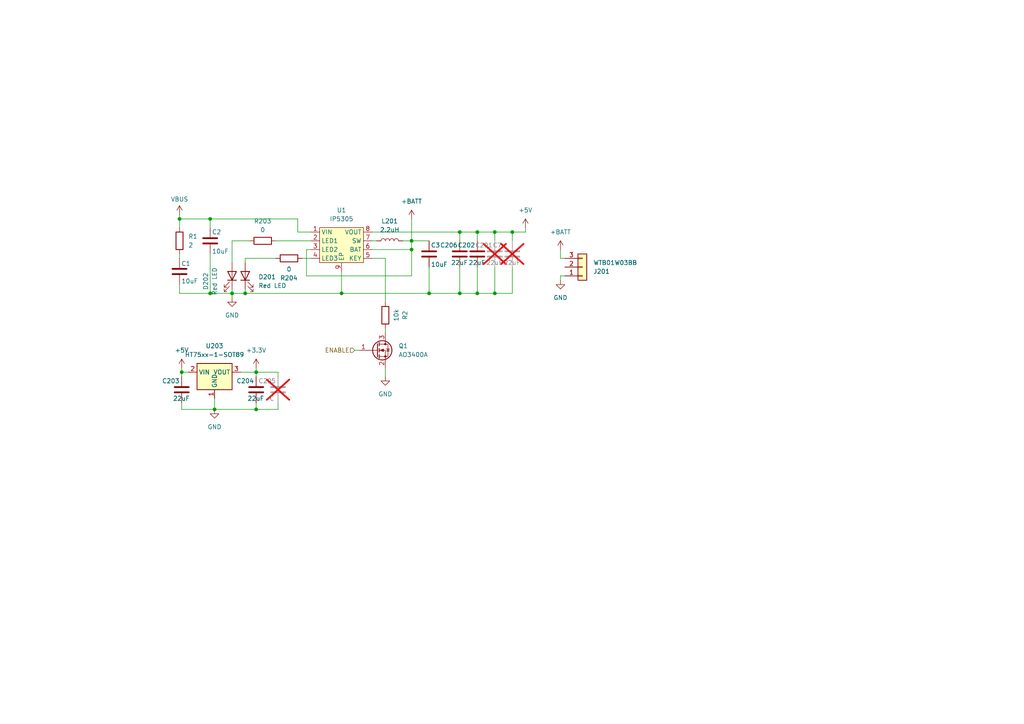
<source format=kicad_sch>
(kicad_sch
	(version 20231120)
	(generator "eeschema")
	(generator_version "8.0")
	(uuid "86a27c17-3e26-4b71-b7ed-81816df2e898")
	(paper "A4")
	(lib_symbols
		(symbol "Connector_Generic:Conn_01x03"
			(pin_names
				(offset 1.016) hide)
			(exclude_from_sim no)
			(in_bom yes)
			(on_board yes)
			(property "Reference" "J"
				(at 0 5.08 0)
				(effects
					(font
						(size 1.27 1.27)
					)
				)
			)
			(property "Value" "Conn_01x03"
				(at 0 -5.08 0)
				(effects
					(font
						(size 1.27 1.27)
					)
				)
			)
			(property "Footprint" ""
				(at 0 0 0)
				(effects
					(font
						(size 1.27 1.27)
					)
					(hide yes)
				)
			)
			(property "Datasheet" "~"
				(at 0 0 0)
				(effects
					(font
						(size 1.27 1.27)
					)
					(hide yes)
				)
			)
			(property "Description" "Generic connector, single row, 01x03, script generated (kicad-library-utils/schlib/autogen/connector/)"
				(at 0 0 0)
				(effects
					(font
						(size 1.27 1.27)
					)
					(hide yes)
				)
			)
			(property "ki_keywords" "connector"
				(at 0 0 0)
				(effects
					(font
						(size 1.27 1.27)
					)
					(hide yes)
				)
			)
			(property "ki_fp_filters" "Connector*:*_1x??_*"
				(at 0 0 0)
				(effects
					(font
						(size 1.27 1.27)
					)
					(hide yes)
				)
			)
			(symbol "Conn_01x03_1_1"
				(rectangle
					(start -1.27 -2.413)
					(end 0 -2.667)
					(stroke
						(width 0.1524)
						(type default)
					)
					(fill
						(type none)
					)
				)
				(rectangle
					(start -1.27 0.127)
					(end 0 -0.127)
					(stroke
						(width 0.1524)
						(type default)
					)
					(fill
						(type none)
					)
				)
				(rectangle
					(start -1.27 2.667)
					(end 0 2.413)
					(stroke
						(width 0.1524)
						(type default)
					)
					(fill
						(type none)
					)
				)
				(rectangle
					(start -1.27 3.81)
					(end 1.27 -3.81)
					(stroke
						(width 0.254)
						(type default)
					)
					(fill
						(type background)
					)
				)
				(pin passive line
					(at -5.08 2.54 0)
					(length 3.81)
					(name "Pin_1"
						(effects
							(font
								(size 1.27 1.27)
							)
						)
					)
					(number "1"
						(effects
							(font
								(size 1.27 1.27)
							)
						)
					)
				)
				(pin passive line
					(at -5.08 0 0)
					(length 3.81)
					(name "Pin_2"
						(effects
							(font
								(size 1.27 1.27)
							)
						)
					)
					(number "2"
						(effects
							(font
								(size 1.27 1.27)
							)
						)
					)
				)
				(pin passive line
					(at -5.08 -2.54 0)
					(length 3.81)
					(name "Pin_3"
						(effects
							(font
								(size 1.27 1.27)
							)
						)
					)
					(number "3"
						(effects
							(font
								(size 1.27 1.27)
							)
						)
					)
				)
			)
		)
		(symbol "Device:C"
			(pin_numbers hide)
			(pin_names
				(offset 0.254)
			)
			(exclude_from_sim no)
			(in_bom yes)
			(on_board yes)
			(property "Reference" "C"
				(at 0.635 2.54 0)
				(effects
					(font
						(size 1.27 1.27)
					)
					(justify left)
				)
			)
			(property "Value" "C"
				(at 0.635 -2.54 0)
				(effects
					(font
						(size 1.27 1.27)
					)
					(justify left)
				)
			)
			(property "Footprint" ""
				(at 0.9652 -3.81 0)
				(effects
					(font
						(size 1.27 1.27)
					)
					(hide yes)
				)
			)
			(property "Datasheet" "~"
				(at 0 0 0)
				(effects
					(font
						(size 1.27 1.27)
					)
					(hide yes)
				)
			)
			(property "Description" "Unpolarized capacitor"
				(at 0 0 0)
				(effects
					(font
						(size 1.27 1.27)
					)
					(hide yes)
				)
			)
			(property "ki_keywords" "cap capacitor"
				(at 0 0 0)
				(effects
					(font
						(size 1.27 1.27)
					)
					(hide yes)
				)
			)
			(property "ki_fp_filters" "C_*"
				(at 0 0 0)
				(effects
					(font
						(size 1.27 1.27)
					)
					(hide yes)
				)
			)
			(symbol "C_0_1"
				(polyline
					(pts
						(xy -2.032 -0.762) (xy 2.032 -0.762)
					)
					(stroke
						(width 0.508)
						(type default)
					)
					(fill
						(type none)
					)
				)
				(polyline
					(pts
						(xy -2.032 0.762) (xy 2.032 0.762)
					)
					(stroke
						(width 0.508)
						(type default)
					)
					(fill
						(type none)
					)
				)
			)
			(symbol "C_1_1"
				(pin passive line
					(at 0 3.81 270)
					(length 2.794)
					(name "~"
						(effects
							(font
								(size 1.27 1.27)
							)
						)
					)
					(number "1"
						(effects
							(font
								(size 1.27 1.27)
							)
						)
					)
				)
				(pin passive line
					(at 0 -3.81 90)
					(length 2.794)
					(name "~"
						(effects
							(font
								(size 1.27 1.27)
							)
						)
					)
					(number "2"
						(effects
							(font
								(size 1.27 1.27)
							)
						)
					)
				)
			)
		)
		(symbol "Device:L"
			(pin_numbers hide)
			(pin_names
				(offset 1.016) hide)
			(exclude_from_sim no)
			(in_bom yes)
			(on_board yes)
			(property "Reference" "L"
				(at -1.27 0 90)
				(effects
					(font
						(size 1.27 1.27)
					)
				)
			)
			(property "Value" "L"
				(at 1.905 0 90)
				(effects
					(font
						(size 1.27 1.27)
					)
				)
			)
			(property "Footprint" ""
				(at 0 0 0)
				(effects
					(font
						(size 1.27 1.27)
					)
					(hide yes)
				)
			)
			(property "Datasheet" "~"
				(at 0 0 0)
				(effects
					(font
						(size 1.27 1.27)
					)
					(hide yes)
				)
			)
			(property "Description" "Inductor"
				(at 0 0 0)
				(effects
					(font
						(size 1.27 1.27)
					)
					(hide yes)
				)
			)
			(property "ki_keywords" "inductor choke coil reactor magnetic"
				(at 0 0 0)
				(effects
					(font
						(size 1.27 1.27)
					)
					(hide yes)
				)
			)
			(property "ki_fp_filters" "Choke_* *Coil* Inductor_* L_*"
				(at 0 0 0)
				(effects
					(font
						(size 1.27 1.27)
					)
					(hide yes)
				)
			)
			(symbol "L_0_1"
				(arc
					(start 0 -2.54)
					(mid 0.6323 -1.905)
					(end 0 -1.27)
					(stroke
						(width 0)
						(type default)
					)
					(fill
						(type none)
					)
				)
				(arc
					(start 0 -1.27)
					(mid 0.6323 -0.635)
					(end 0 0)
					(stroke
						(width 0)
						(type default)
					)
					(fill
						(type none)
					)
				)
				(arc
					(start 0 0)
					(mid 0.6323 0.635)
					(end 0 1.27)
					(stroke
						(width 0)
						(type default)
					)
					(fill
						(type none)
					)
				)
				(arc
					(start 0 1.27)
					(mid 0.6323 1.905)
					(end 0 2.54)
					(stroke
						(width 0)
						(type default)
					)
					(fill
						(type none)
					)
				)
			)
			(symbol "L_1_1"
				(pin passive line
					(at 0 3.81 270)
					(length 1.27)
					(name "1"
						(effects
							(font
								(size 1.27 1.27)
							)
						)
					)
					(number "1"
						(effects
							(font
								(size 1.27 1.27)
							)
						)
					)
				)
				(pin passive line
					(at 0 -3.81 90)
					(length 1.27)
					(name "2"
						(effects
							(font
								(size 1.27 1.27)
							)
						)
					)
					(number "2"
						(effects
							(font
								(size 1.27 1.27)
							)
						)
					)
				)
			)
		)
		(symbol "Device:LED"
			(pin_numbers hide)
			(pin_names
				(offset 1.016) hide)
			(exclude_from_sim no)
			(in_bom yes)
			(on_board yes)
			(property "Reference" "D"
				(at 0 2.54 0)
				(effects
					(font
						(size 1.27 1.27)
					)
				)
			)
			(property "Value" "LED"
				(at 0 -2.54 0)
				(effects
					(font
						(size 1.27 1.27)
					)
				)
			)
			(property "Footprint" ""
				(at 0 0 0)
				(effects
					(font
						(size 1.27 1.27)
					)
					(hide yes)
				)
			)
			(property "Datasheet" "~"
				(at 0 0 0)
				(effects
					(font
						(size 1.27 1.27)
					)
					(hide yes)
				)
			)
			(property "Description" "Light emitting diode"
				(at 0 0 0)
				(effects
					(font
						(size 1.27 1.27)
					)
					(hide yes)
				)
			)
			(property "ki_keywords" "LED diode"
				(at 0 0 0)
				(effects
					(font
						(size 1.27 1.27)
					)
					(hide yes)
				)
			)
			(property "ki_fp_filters" "LED* LED_SMD:* LED_THT:*"
				(at 0 0 0)
				(effects
					(font
						(size 1.27 1.27)
					)
					(hide yes)
				)
			)
			(symbol "LED_0_1"
				(polyline
					(pts
						(xy -1.27 -1.27) (xy -1.27 1.27)
					)
					(stroke
						(width 0.254)
						(type default)
					)
					(fill
						(type none)
					)
				)
				(polyline
					(pts
						(xy -1.27 0) (xy 1.27 0)
					)
					(stroke
						(width 0)
						(type default)
					)
					(fill
						(type none)
					)
				)
				(polyline
					(pts
						(xy 1.27 -1.27) (xy 1.27 1.27) (xy -1.27 0) (xy 1.27 -1.27)
					)
					(stroke
						(width 0.254)
						(type default)
					)
					(fill
						(type none)
					)
				)
				(polyline
					(pts
						(xy -3.048 -0.762) (xy -4.572 -2.286) (xy -3.81 -2.286) (xy -4.572 -2.286) (xy -4.572 -1.524)
					)
					(stroke
						(width 0)
						(type default)
					)
					(fill
						(type none)
					)
				)
				(polyline
					(pts
						(xy -1.778 -0.762) (xy -3.302 -2.286) (xy -2.54 -2.286) (xy -3.302 -2.286) (xy -3.302 -1.524)
					)
					(stroke
						(width 0)
						(type default)
					)
					(fill
						(type none)
					)
				)
			)
			(symbol "LED_1_1"
				(pin passive line
					(at -3.81 0 0)
					(length 2.54)
					(name "K"
						(effects
							(font
								(size 1.27 1.27)
							)
						)
					)
					(number "1"
						(effects
							(font
								(size 1.27 1.27)
							)
						)
					)
				)
				(pin passive line
					(at 3.81 0 180)
					(length 2.54)
					(name "A"
						(effects
							(font
								(size 1.27 1.27)
							)
						)
					)
					(number "2"
						(effects
							(font
								(size 1.27 1.27)
							)
						)
					)
				)
			)
		)
		(symbol "Device:R"
			(pin_numbers hide)
			(pin_names
				(offset 0)
			)
			(exclude_from_sim no)
			(in_bom yes)
			(on_board yes)
			(property "Reference" "R"
				(at 2.032 0 90)
				(effects
					(font
						(size 1.27 1.27)
					)
				)
			)
			(property "Value" "R"
				(at 0 0 90)
				(effects
					(font
						(size 1.27 1.27)
					)
				)
			)
			(property "Footprint" ""
				(at -1.778 0 90)
				(effects
					(font
						(size 1.27 1.27)
					)
					(hide yes)
				)
			)
			(property "Datasheet" "~"
				(at 0 0 0)
				(effects
					(font
						(size 1.27 1.27)
					)
					(hide yes)
				)
			)
			(property "Description" "Resistor"
				(at 0 0 0)
				(effects
					(font
						(size 1.27 1.27)
					)
					(hide yes)
				)
			)
			(property "ki_keywords" "R res resistor"
				(at 0 0 0)
				(effects
					(font
						(size 1.27 1.27)
					)
					(hide yes)
				)
			)
			(property "ki_fp_filters" "R_*"
				(at 0 0 0)
				(effects
					(font
						(size 1.27 1.27)
					)
					(hide yes)
				)
			)
			(symbol "R_0_1"
				(rectangle
					(start -1.016 -2.54)
					(end 1.016 2.54)
					(stroke
						(width 0.254)
						(type default)
					)
					(fill
						(type none)
					)
				)
			)
			(symbol "R_1_1"
				(pin passive line
					(at 0 3.81 270)
					(length 1.27)
					(name "~"
						(effects
							(font
								(size 1.27 1.27)
							)
						)
					)
					(number "1"
						(effects
							(font
								(size 1.27 1.27)
							)
						)
					)
				)
				(pin passive line
					(at 0 -3.81 90)
					(length 1.27)
					(name "~"
						(effects
							(font
								(size 1.27 1.27)
							)
						)
					)
					(number "2"
						(effects
							(font
								(size 1.27 1.27)
							)
						)
					)
				)
			)
		)
		(symbol "IP5306:IP5306"
			(exclude_from_sim no)
			(in_bom yes)
			(on_board yes)
			(property "Reference" "U"
				(at -4.445 5.08 0)
				(effects
					(font
						(size 1.27 1.27)
					)
				)
			)
			(property "Value" "IP5306"
				(at 3.175 5.08 0)
				(effects
					(font
						(size 1.27 1.27)
					)
				)
			)
			(property "Footprint" ""
				(at -2.54 1.27 0)
				(effects
					(font
						(size 1.27 1.27)
					)
					(hide yes)
				)
			)
			(property "Datasheet" ""
				(at -2.54 1.27 0)
				(effects
					(font
						(size 1.27 1.27)
					)
					(hide yes)
				)
			)
			(property "Description" ""
				(at 0 0 0)
				(effects
					(font
						(size 1.27 1.27)
					)
					(hide yes)
				)
			)
			(symbol "IP5306_0_1"
				(rectangle
					(start -6.35 3.81)
					(end 6.35 -6.35)
					(stroke
						(width 0)
						(type default)
					)
					(fill
						(type background)
					)
				)
			)
			(symbol "IP5306_1_1"
				(pin input line
					(at -8.89 2.54 0)
					(length 2.54)
					(name "VIN"
						(effects
							(font
								(size 1.27 1.27)
							)
						)
					)
					(number "1"
						(effects
							(font
								(size 1.27 1.27)
							)
						)
					)
				)
				(pin input line
					(at -8.89 0 0)
					(length 2.54)
					(name "LED1"
						(effects
							(font
								(size 1.27 1.27)
							)
						)
					)
					(number "2"
						(effects
							(font
								(size 1.27 1.27)
							)
						)
					)
				)
				(pin input line
					(at -8.89 -2.54 0)
					(length 2.54)
					(name "LED2"
						(effects
							(font
								(size 1.27 1.27)
							)
						)
					)
					(number "3"
						(effects
							(font
								(size 1.27 1.27)
							)
						)
					)
				)
				(pin input line
					(at -8.89 -5.08 0)
					(length 2.54)
					(name "LED3"
						(effects
							(font
								(size 1.27 1.27)
							)
						)
					)
					(number "4"
						(effects
							(font
								(size 1.27 1.27)
							)
						)
					)
				)
				(pin input line
					(at 8.89 -5.08 180)
					(length 2.54)
					(name "KEY"
						(effects
							(font
								(size 1.27 1.27)
							)
						)
					)
					(number "5"
						(effects
							(font
								(size 1.27 1.27)
							)
						)
					)
				)
				(pin input line
					(at 8.89 -2.54 180)
					(length 2.54)
					(name "BAT"
						(effects
							(font
								(size 1.27 1.27)
							)
						)
					)
					(number "6"
						(effects
							(font
								(size 1.27 1.27)
							)
						)
					)
				)
				(pin input line
					(at 8.89 0 180)
					(length 2.54)
					(name "SW"
						(effects
							(font
								(size 1.27 1.27)
							)
						)
					)
					(number "7"
						(effects
							(font
								(size 1.27 1.27)
							)
						)
					)
				)
				(pin input line
					(at 8.89 2.54 180)
					(length 2.54)
					(name "VOUT"
						(effects
							(font
								(size 1.27 1.27)
							)
						)
					)
					(number "8"
						(effects
							(font
								(size 1.27 1.27)
							)
						)
					)
				)
				(pin input line
					(at 0 -8.89 90)
					(length 2.54)
					(name "EP"
						(effects
							(font
								(size 1.27 1.27)
							)
						)
					)
					(number "9"
						(effects
							(font
								(size 1.27 1.27)
							)
						)
					)
				)
			)
		)
		(symbol "Regulator_Linear:HT75xx-1-SOT89"
			(exclude_from_sim no)
			(in_bom yes)
			(on_board yes)
			(property "Reference" "U"
				(at -5.08 -3.81 0)
				(effects
					(font
						(size 1.27 1.27)
					)
					(justify left)
				)
			)
			(property "Value" "HT75xx-1-SOT89"
				(at 0 6.35 0)
				(effects
					(font
						(size 1.27 1.27)
					)
				)
			)
			(property "Footprint" "Package_TO_SOT_SMD:SOT-89-3"
				(at 0 8.255 0)
				(effects
					(font
						(size 1.27 1.27)
						(italic yes)
					)
					(hide yes)
				)
			)
			(property "Datasheet" "https://www.holtek.com/documents/10179/116711/HT75xx-1v250.pdf"
				(at 0 2.54 0)
				(effects
					(font
						(size 1.27 1.27)
					)
					(hide yes)
				)
			)
			(property "Description" "100mA Low Dropout Voltage Regulator, Fixed Output, SOT89"
				(at 0 0 0)
				(effects
					(font
						(size 1.27 1.27)
					)
					(hide yes)
				)
			)
			(property "ki_keywords" "100mA LDO Regulator Fixed Positive"
				(at 0 0 0)
				(effects
					(font
						(size 1.27 1.27)
					)
					(hide yes)
				)
			)
			(property "ki_fp_filters" "SOT?89*"
				(at 0 0 0)
				(effects
					(font
						(size 1.27 1.27)
					)
					(hide yes)
				)
			)
			(symbol "HT75xx-1-SOT89_0_1"
				(rectangle
					(start -5.08 5.08)
					(end 5.08 -2.54)
					(stroke
						(width 0.254)
						(type default)
					)
					(fill
						(type background)
					)
				)
			)
			(symbol "HT75xx-1-SOT89_1_1"
				(pin power_in line
					(at 0 -5.08 90)
					(length 2.54)
					(name "GND"
						(effects
							(font
								(size 1.27 1.27)
							)
						)
					)
					(number "1"
						(effects
							(font
								(size 1.27 1.27)
							)
						)
					)
				)
				(pin power_in line
					(at -7.62 2.54 0)
					(length 2.54)
					(name "VIN"
						(effects
							(font
								(size 1.27 1.27)
							)
						)
					)
					(number "2"
						(effects
							(font
								(size 1.27 1.27)
							)
						)
					)
				)
				(pin power_out line
					(at 7.62 2.54 180)
					(length 2.54)
					(name "VOUT"
						(effects
							(font
								(size 1.27 1.27)
							)
						)
					)
					(number "3"
						(effects
							(font
								(size 1.27 1.27)
							)
						)
					)
				)
			)
		)
		(symbol "Transistor_FET:AO3400A"
			(pin_names hide)
			(exclude_from_sim no)
			(in_bom yes)
			(on_board yes)
			(property "Reference" "Q"
				(at 5.08 1.905 0)
				(effects
					(font
						(size 1.27 1.27)
					)
					(justify left)
				)
			)
			(property "Value" "AO3400A"
				(at 5.08 0 0)
				(effects
					(font
						(size 1.27 1.27)
					)
					(justify left)
				)
			)
			(property "Footprint" "Package_TO_SOT_SMD:SOT-23"
				(at 5.08 -1.905 0)
				(effects
					(font
						(size 1.27 1.27)
						(italic yes)
					)
					(justify left)
					(hide yes)
				)
			)
			(property "Datasheet" "http://www.aosmd.com/pdfs/datasheet/AO3400A.pdf"
				(at 5.08 -3.81 0)
				(effects
					(font
						(size 1.27 1.27)
					)
					(justify left)
					(hide yes)
				)
			)
			(property "Description" "30V Vds, 5.7A Id, N-Channel MOSFET, SOT-23"
				(at 0 0 0)
				(effects
					(font
						(size 1.27 1.27)
					)
					(hide yes)
				)
			)
			(property "ki_keywords" "N-Channel MOSFET"
				(at 0 0 0)
				(effects
					(font
						(size 1.27 1.27)
					)
					(hide yes)
				)
			)
			(property "ki_fp_filters" "SOT?23*"
				(at 0 0 0)
				(effects
					(font
						(size 1.27 1.27)
					)
					(hide yes)
				)
			)
			(symbol "AO3400A_0_1"
				(polyline
					(pts
						(xy 0.254 0) (xy -2.54 0)
					)
					(stroke
						(width 0)
						(type default)
					)
					(fill
						(type none)
					)
				)
				(polyline
					(pts
						(xy 0.254 1.905) (xy 0.254 -1.905)
					)
					(stroke
						(width 0.254)
						(type default)
					)
					(fill
						(type none)
					)
				)
				(polyline
					(pts
						(xy 0.762 -1.27) (xy 0.762 -2.286)
					)
					(stroke
						(width 0.254)
						(type default)
					)
					(fill
						(type none)
					)
				)
				(polyline
					(pts
						(xy 0.762 0.508) (xy 0.762 -0.508)
					)
					(stroke
						(width 0.254)
						(type default)
					)
					(fill
						(type none)
					)
				)
				(polyline
					(pts
						(xy 0.762 2.286) (xy 0.762 1.27)
					)
					(stroke
						(width 0.254)
						(type default)
					)
					(fill
						(type none)
					)
				)
				(polyline
					(pts
						(xy 2.54 2.54) (xy 2.54 1.778)
					)
					(stroke
						(width 0)
						(type default)
					)
					(fill
						(type none)
					)
				)
				(polyline
					(pts
						(xy 2.54 -2.54) (xy 2.54 0) (xy 0.762 0)
					)
					(stroke
						(width 0)
						(type default)
					)
					(fill
						(type none)
					)
				)
				(polyline
					(pts
						(xy 0.762 -1.778) (xy 3.302 -1.778) (xy 3.302 1.778) (xy 0.762 1.778)
					)
					(stroke
						(width 0)
						(type default)
					)
					(fill
						(type none)
					)
				)
				(polyline
					(pts
						(xy 1.016 0) (xy 2.032 0.381) (xy 2.032 -0.381) (xy 1.016 0)
					)
					(stroke
						(width 0)
						(type default)
					)
					(fill
						(type outline)
					)
				)
				(polyline
					(pts
						(xy 2.794 0.508) (xy 2.921 0.381) (xy 3.683 0.381) (xy 3.81 0.254)
					)
					(stroke
						(width 0)
						(type default)
					)
					(fill
						(type none)
					)
				)
				(polyline
					(pts
						(xy 3.302 0.381) (xy 2.921 -0.254) (xy 3.683 -0.254) (xy 3.302 0.381)
					)
					(stroke
						(width 0)
						(type default)
					)
					(fill
						(type none)
					)
				)
				(circle
					(center 1.651 0)
					(radius 2.794)
					(stroke
						(width 0.254)
						(type default)
					)
					(fill
						(type none)
					)
				)
				(circle
					(center 2.54 -1.778)
					(radius 0.254)
					(stroke
						(width 0)
						(type default)
					)
					(fill
						(type outline)
					)
				)
				(circle
					(center 2.54 1.778)
					(radius 0.254)
					(stroke
						(width 0)
						(type default)
					)
					(fill
						(type outline)
					)
				)
			)
			(symbol "AO3400A_1_1"
				(pin input line
					(at -5.08 0 0)
					(length 2.54)
					(name "G"
						(effects
							(font
								(size 1.27 1.27)
							)
						)
					)
					(number "1"
						(effects
							(font
								(size 1.27 1.27)
							)
						)
					)
				)
				(pin passive line
					(at 2.54 -5.08 90)
					(length 2.54)
					(name "S"
						(effects
							(font
								(size 1.27 1.27)
							)
						)
					)
					(number "2"
						(effects
							(font
								(size 1.27 1.27)
							)
						)
					)
				)
				(pin passive line
					(at 2.54 5.08 270)
					(length 2.54)
					(name "D"
						(effects
							(font
								(size 1.27 1.27)
							)
						)
					)
					(number "3"
						(effects
							(font
								(size 1.27 1.27)
							)
						)
					)
				)
			)
		)
		(symbol "power:+3.3V"
			(power)
			(pin_names
				(offset 0)
			)
			(exclude_from_sim no)
			(in_bom yes)
			(on_board yes)
			(property "Reference" "#PWR"
				(at 0 -3.81 0)
				(effects
					(font
						(size 1.27 1.27)
					)
					(hide yes)
				)
			)
			(property "Value" "+3.3V"
				(at 0 3.556 0)
				(effects
					(font
						(size 1.27 1.27)
					)
				)
			)
			(property "Footprint" ""
				(at 0 0 0)
				(effects
					(font
						(size 1.27 1.27)
					)
					(hide yes)
				)
			)
			(property "Datasheet" ""
				(at 0 0 0)
				(effects
					(font
						(size 1.27 1.27)
					)
					(hide yes)
				)
			)
			(property "Description" "Power symbol creates a global label with name \"+3.3V\""
				(at 0 0 0)
				(effects
					(font
						(size 1.27 1.27)
					)
					(hide yes)
				)
			)
			(property "ki_keywords" "global power"
				(at 0 0 0)
				(effects
					(font
						(size 1.27 1.27)
					)
					(hide yes)
				)
			)
			(symbol "+3.3V_0_1"
				(polyline
					(pts
						(xy -0.762 1.27) (xy 0 2.54)
					)
					(stroke
						(width 0)
						(type default)
					)
					(fill
						(type none)
					)
				)
				(polyline
					(pts
						(xy 0 0) (xy 0 2.54)
					)
					(stroke
						(width 0)
						(type default)
					)
					(fill
						(type none)
					)
				)
				(polyline
					(pts
						(xy 0 2.54) (xy 0.762 1.27)
					)
					(stroke
						(width 0)
						(type default)
					)
					(fill
						(type none)
					)
				)
			)
			(symbol "+3.3V_1_1"
				(pin power_in line
					(at 0 0 90)
					(length 0) hide
					(name "+3.3V"
						(effects
							(font
								(size 1.27 1.27)
							)
						)
					)
					(number "1"
						(effects
							(font
								(size 1.27 1.27)
							)
						)
					)
				)
			)
		)
		(symbol "power:+5V"
			(power)
			(pin_names
				(offset 0)
			)
			(exclude_from_sim no)
			(in_bom yes)
			(on_board yes)
			(property "Reference" "#PWR"
				(at 0 -3.81 0)
				(effects
					(font
						(size 1.27 1.27)
					)
					(hide yes)
				)
			)
			(property "Value" "+5V"
				(at 0 3.556 0)
				(effects
					(font
						(size 1.27 1.27)
					)
				)
			)
			(property "Footprint" ""
				(at 0 0 0)
				(effects
					(font
						(size 1.27 1.27)
					)
					(hide yes)
				)
			)
			(property "Datasheet" ""
				(at 0 0 0)
				(effects
					(font
						(size 1.27 1.27)
					)
					(hide yes)
				)
			)
			(property "Description" "Power symbol creates a global label with name \"+5V\""
				(at 0 0 0)
				(effects
					(font
						(size 1.27 1.27)
					)
					(hide yes)
				)
			)
			(property "ki_keywords" "global power"
				(at 0 0 0)
				(effects
					(font
						(size 1.27 1.27)
					)
					(hide yes)
				)
			)
			(symbol "+5V_0_1"
				(polyline
					(pts
						(xy -0.762 1.27) (xy 0 2.54)
					)
					(stroke
						(width 0)
						(type default)
					)
					(fill
						(type none)
					)
				)
				(polyline
					(pts
						(xy 0 0) (xy 0 2.54)
					)
					(stroke
						(width 0)
						(type default)
					)
					(fill
						(type none)
					)
				)
				(polyline
					(pts
						(xy 0 2.54) (xy 0.762 1.27)
					)
					(stroke
						(width 0)
						(type default)
					)
					(fill
						(type none)
					)
				)
			)
			(symbol "+5V_1_1"
				(pin power_in line
					(at 0 0 90)
					(length 0) hide
					(name "+5V"
						(effects
							(font
								(size 1.27 1.27)
							)
						)
					)
					(number "1"
						(effects
							(font
								(size 1.27 1.27)
							)
						)
					)
				)
			)
		)
		(symbol "power:+BATT"
			(power)
			(pin_names
				(offset 0)
			)
			(exclude_from_sim no)
			(in_bom yes)
			(on_board yes)
			(property "Reference" "#PWR"
				(at 0 -3.81 0)
				(effects
					(font
						(size 1.27 1.27)
					)
					(hide yes)
				)
			)
			(property "Value" "+BATT"
				(at 0 3.556 0)
				(effects
					(font
						(size 1.27 1.27)
					)
				)
			)
			(property "Footprint" ""
				(at 0 0 0)
				(effects
					(font
						(size 1.27 1.27)
					)
					(hide yes)
				)
			)
			(property "Datasheet" ""
				(at 0 0 0)
				(effects
					(font
						(size 1.27 1.27)
					)
					(hide yes)
				)
			)
			(property "Description" "Power symbol creates a global label with name \"+BATT\""
				(at 0 0 0)
				(effects
					(font
						(size 1.27 1.27)
					)
					(hide yes)
				)
			)
			(property "ki_keywords" "global power battery"
				(at 0 0 0)
				(effects
					(font
						(size 1.27 1.27)
					)
					(hide yes)
				)
			)
			(symbol "+BATT_0_1"
				(polyline
					(pts
						(xy -0.762 1.27) (xy 0 2.54)
					)
					(stroke
						(width 0)
						(type default)
					)
					(fill
						(type none)
					)
				)
				(polyline
					(pts
						(xy 0 0) (xy 0 2.54)
					)
					(stroke
						(width 0)
						(type default)
					)
					(fill
						(type none)
					)
				)
				(polyline
					(pts
						(xy 0 2.54) (xy 0.762 1.27)
					)
					(stroke
						(width 0)
						(type default)
					)
					(fill
						(type none)
					)
				)
			)
			(symbol "+BATT_1_1"
				(pin power_in line
					(at 0 0 90)
					(length 0) hide
					(name "+BATT"
						(effects
							(font
								(size 1.27 1.27)
							)
						)
					)
					(number "1"
						(effects
							(font
								(size 1.27 1.27)
							)
						)
					)
				)
			)
		)
		(symbol "power:GND"
			(power)
			(pin_names
				(offset 0)
			)
			(exclude_from_sim no)
			(in_bom yes)
			(on_board yes)
			(property "Reference" "#PWR"
				(at 0 -6.35 0)
				(effects
					(font
						(size 1.27 1.27)
					)
					(hide yes)
				)
			)
			(property "Value" "GND"
				(at 0 -3.81 0)
				(effects
					(font
						(size 1.27 1.27)
					)
				)
			)
			(property "Footprint" ""
				(at 0 0 0)
				(effects
					(font
						(size 1.27 1.27)
					)
					(hide yes)
				)
			)
			(property "Datasheet" ""
				(at 0 0 0)
				(effects
					(font
						(size 1.27 1.27)
					)
					(hide yes)
				)
			)
			(property "Description" "Power symbol creates a global label with name \"GND\" , ground"
				(at 0 0 0)
				(effects
					(font
						(size 1.27 1.27)
					)
					(hide yes)
				)
			)
			(property "ki_keywords" "global power"
				(at 0 0 0)
				(effects
					(font
						(size 1.27 1.27)
					)
					(hide yes)
				)
			)
			(symbol "GND_0_1"
				(polyline
					(pts
						(xy 0 0) (xy 0 -1.27) (xy 1.27 -1.27) (xy 0 -2.54) (xy -1.27 -1.27) (xy 0 -1.27)
					)
					(stroke
						(width 0)
						(type default)
					)
					(fill
						(type none)
					)
				)
			)
			(symbol "GND_1_1"
				(pin power_in line
					(at 0 0 270)
					(length 0) hide
					(name "GND"
						(effects
							(font
								(size 1.27 1.27)
							)
						)
					)
					(number "1"
						(effects
							(font
								(size 1.27 1.27)
							)
						)
					)
				)
			)
		)
		(symbol "power:VBUS"
			(power)
			(pin_names
				(offset 0)
			)
			(exclude_from_sim no)
			(in_bom yes)
			(on_board yes)
			(property "Reference" "#PWR"
				(at 0 -3.81 0)
				(effects
					(font
						(size 1.27 1.27)
					)
					(hide yes)
				)
			)
			(property "Value" "VBUS"
				(at 0 3.81 0)
				(effects
					(font
						(size 1.27 1.27)
					)
				)
			)
			(property "Footprint" ""
				(at 0 0 0)
				(effects
					(font
						(size 1.27 1.27)
					)
					(hide yes)
				)
			)
			(property "Datasheet" ""
				(at 0 0 0)
				(effects
					(font
						(size 1.27 1.27)
					)
					(hide yes)
				)
			)
			(property "Description" "Power symbol creates a global label with name \"VBUS\""
				(at 0 0 0)
				(effects
					(font
						(size 1.27 1.27)
					)
					(hide yes)
				)
			)
			(property "ki_keywords" "global power"
				(at 0 0 0)
				(effects
					(font
						(size 1.27 1.27)
					)
					(hide yes)
				)
			)
			(symbol "VBUS_0_1"
				(polyline
					(pts
						(xy -0.762 1.27) (xy 0 2.54)
					)
					(stroke
						(width 0)
						(type default)
					)
					(fill
						(type none)
					)
				)
				(polyline
					(pts
						(xy 0 0) (xy 0 2.54)
					)
					(stroke
						(width 0)
						(type default)
					)
					(fill
						(type none)
					)
				)
				(polyline
					(pts
						(xy 0 2.54) (xy 0.762 1.27)
					)
					(stroke
						(width 0)
						(type default)
					)
					(fill
						(type none)
					)
				)
			)
			(symbol "VBUS_1_1"
				(pin power_in line
					(at 0 0 90)
					(length 0) hide
					(name "VBUS"
						(effects
							(font
								(size 1.27 1.27)
							)
						)
					)
					(number "1"
						(effects
							(font
								(size 1.27 1.27)
							)
						)
					)
				)
			)
		)
	)
	(junction
		(at 143.51 67.31)
		(diameter 0)
		(color 0 0 0 0)
		(uuid "068aecec-fb67-4e87-b7f1-d8e7c4ac3099")
	)
	(junction
		(at 52.07 63.5)
		(diameter 0)
		(color 0 0 0 0)
		(uuid "0e5c78be-e170-4fac-be51-b72ebca00516")
	)
	(junction
		(at 67.31 85.09)
		(diameter 0)
		(color 0 0 0 0)
		(uuid "2739fbc8-dc89-4844-99dd-372850085d82")
	)
	(junction
		(at 133.35 85.09)
		(diameter 0)
		(color 0 0 0 0)
		(uuid "299c59d9-aca6-4d41-91ac-c8d2ccc0aa06")
	)
	(junction
		(at 99.06 85.09)
		(diameter 0)
		(color 0 0 0 0)
		(uuid "382f0a62-9f2c-4379-9094-533e9c6875d1")
	)
	(junction
		(at 74.295 107.95)
		(diameter 0)
		(color 0 0 0 0)
		(uuid "39fb5c30-24d1-418a-8daa-76da230bc2cf")
	)
	(junction
		(at 133.35 67.31)
		(diameter 0)
		(color 0 0 0 0)
		(uuid "3fa8203f-cb00-4782-b3a2-c2e39dc29d41")
	)
	(junction
		(at 71.12 85.09)
		(diameter 0)
		(color 0 0 0 0)
		(uuid "4369b67b-d38c-4e0e-a7fb-a223e5bd699d")
	)
	(junction
		(at 124.46 85.09)
		(diameter 0)
		(color 0 0 0 0)
		(uuid "44f97c51-82df-4d2e-a894-cdea17a40466")
	)
	(junction
		(at 119.38 69.85)
		(diameter 0)
		(color 0 0 0 0)
		(uuid "48cfe92d-31d5-437d-b4ee-40b711ed4ec7")
	)
	(junction
		(at 52.705 107.95)
		(diameter 0)
		(color 0 0 0 0)
		(uuid "4cbcbd48-43d9-4124-942e-682505891863")
	)
	(junction
		(at 74.295 118.745)
		(diameter 0)
		(color 0 0 0 0)
		(uuid "5cf3787a-f785-485a-b62d-396a5cdc395d")
	)
	(junction
		(at 138.43 67.31)
		(diameter 0)
		(color 0 0 0 0)
		(uuid "6a0f5afa-0699-4bcb-b660-6ff892d48ca4")
	)
	(junction
		(at 60.96 85.09)
		(diameter 0)
		(color 0 0 0 0)
		(uuid "6fb27d09-fe43-4a28-b9ed-e492bc749361")
	)
	(junction
		(at 119.38 72.39)
		(diameter 0)
		(color 0 0 0 0)
		(uuid "83029101-e4cb-4c89-bb6d-8bcbab25b655")
	)
	(junction
		(at 143.51 85.09)
		(diameter 0)
		(color 0 0 0 0)
		(uuid "9c32babd-2e76-4cd3-8a4b-d01203384557")
	)
	(junction
		(at 60.96 63.5)
		(diameter 0)
		(color 0 0 0 0)
		(uuid "a65189ab-462a-463c-945b-52e232de1d84")
	)
	(junction
		(at 138.43 85.09)
		(diameter 0)
		(color 0 0 0 0)
		(uuid "bb5d5895-d00b-42b1-b263-61bde0517df0")
	)
	(junction
		(at 62.23 118.745)
		(diameter 0)
		(color 0 0 0 0)
		(uuid "e1f0e528-b19c-4b4f-a0b0-9f7b774cc625")
	)
	(junction
		(at 148.59 67.31)
		(diameter 0)
		(color 0 0 0 0)
		(uuid "e7f07ef8-9f22-4d78-8a11-911af103d009")
	)
	(wire
		(pts
			(xy 133.35 67.31) (xy 133.35 69.85)
		)
		(stroke
			(width 0)
			(type default)
		)
		(uuid "02d54e55-2886-4eb0-9fab-023f7af21f05")
	)
	(wire
		(pts
			(xy 71.12 85.09) (xy 71.12 83.82)
		)
		(stroke
			(width 0)
			(type default)
		)
		(uuid "08acae9e-583a-4d0b-b8a3-57a05c895f65")
	)
	(wire
		(pts
			(xy 143.51 77.47) (xy 143.51 85.09)
		)
		(stroke
			(width 0)
			(type default)
		)
		(uuid "090f5b8d-96a6-4662-98f9-8a5d17476cbe")
	)
	(wire
		(pts
			(xy 52.07 73.66) (xy 52.07 74.93)
		)
		(stroke
			(width 0)
			(type default)
		)
		(uuid "0d3ed109-dd0e-459c-88bb-451a8536af77")
	)
	(wire
		(pts
			(xy 99.06 78.74) (xy 99.06 85.09)
		)
		(stroke
			(width 0)
			(type default)
		)
		(uuid "105185ac-09ee-4bbe-a267-354129e1e3bf")
	)
	(wire
		(pts
			(xy 107.95 69.85) (xy 109.22 69.85)
		)
		(stroke
			(width 0)
			(type default)
		)
		(uuid "14601d2e-ccc7-4fbe-9259-d232d1dfc0e6")
	)
	(wire
		(pts
			(xy 116.84 69.85) (xy 119.38 69.85)
		)
		(stroke
			(width 0)
			(type default)
		)
		(uuid "16fdfb5f-5ae1-43b6-9ca2-9e12d6bb6a09")
	)
	(wire
		(pts
			(xy 74.295 106.68) (xy 74.295 107.95)
		)
		(stroke
			(width 0)
			(type default)
		)
		(uuid "1943d468-ca99-413c-a89e-aa157b47e237")
	)
	(wire
		(pts
			(xy 111.76 106.68) (xy 111.76 109.22)
		)
		(stroke
			(width 0)
			(type default)
		)
		(uuid "1b26f2b4-7604-4744-bb4f-f4a944b6a7ac")
	)
	(wire
		(pts
			(xy 80.645 116.84) (xy 80.645 118.745)
		)
		(stroke
			(width 0)
			(type default)
		)
		(uuid "21074dc0-b7a2-49f2-a4aa-07fe7afbb34d")
	)
	(wire
		(pts
			(xy 133.35 77.47) (xy 133.35 85.09)
		)
		(stroke
			(width 0)
			(type default)
		)
		(uuid "22d548b5-df69-43a3-b6ee-7a21e370b875")
	)
	(wire
		(pts
			(xy 138.43 85.09) (xy 133.35 85.09)
		)
		(stroke
			(width 0)
			(type default)
		)
		(uuid "24cb3e6d-fa07-4f41-8686-57b35a0c9273")
	)
	(wire
		(pts
			(xy 60.96 63.5) (xy 60.96 66.04)
		)
		(stroke
			(width 0)
			(type default)
		)
		(uuid "285c2fdf-bfe4-405a-bdac-3ab6d7344a01")
	)
	(wire
		(pts
			(xy 162.56 72.39) (xy 162.56 74.93)
		)
		(stroke
			(width 0)
			(type default)
		)
		(uuid "2ab74e71-2efd-4eb9-9092-39ac4d1a68bd")
	)
	(wire
		(pts
			(xy 124.46 69.85) (xy 119.38 69.85)
		)
		(stroke
			(width 0)
			(type default)
		)
		(uuid "2f7b18c4-5c76-4dc3-9574-85fd92ad3220")
	)
	(wire
		(pts
			(xy 52.705 106.68) (xy 52.705 107.95)
		)
		(stroke
			(width 0)
			(type default)
		)
		(uuid "305425d7-6be6-470f-9715-cd3245ea0752")
	)
	(wire
		(pts
			(xy 62.23 118.745) (xy 62.23 115.57)
		)
		(stroke
			(width 0)
			(type default)
		)
		(uuid "34706d98-8ec7-48e7-b14c-7eec2d6cc821")
	)
	(wire
		(pts
			(xy 67.31 83.82) (xy 67.31 85.09)
		)
		(stroke
			(width 0)
			(type default)
		)
		(uuid "34a67365-b36e-42e0-97d8-da1ccb5f47a7")
	)
	(wire
		(pts
			(xy 162.56 80.01) (xy 163.83 80.01)
		)
		(stroke
			(width 0)
			(type default)
		)
		(uuid "35260e9f-01a1-4341-9a89-b464414ad92f")
	)
	(wire
		(pts
			(xy 124.46 77.47) (xy 124.46 85.09)
		)
		(stroke
			(width 0)
			(type default)
		)
		(uuid "39300ae9-6131-4fe1-bad8-7c510a3eb2be")
	)
	(wire
		(pts
			(xy 80.645 109.22) (xy 80.645 107.95)
		)
		(stroke
			(width 0)
			(type default)
		)
		(uuid "39aec0de-3e55-4c0e-8d45-2bd120aac24d")
	)
	(wire
		(pts
			(xy 143.51 85.09) (xy 138.43 85.09)
		)
		(stroke
			(width 0)
			(type default)
		)
		(uuid "40441184-84df-48d8-99bb-923506c7ba71")
	)
	(wire
		(pts
			(xy 60.96 85.09) (xy 52.07 85.09)
		)
		(stroke
			(width 0)
			(type default)
		)
		(uuid "486dcb50-d7ee-4173-ad58-0d408104c041")
	)
	(wire
		(pts
			(xy 52.705 107.95) (xy 52.705 109.22)
		)
		(stroke
			(width 0)
			(type default)
		)
		(uuid "4f62ef38-c723-4afa-be08-e731db83f8f1")
	)
	(wire
		(pts
			(xy 138.43 67.31) (xy 138.43 69.85)
		)
		(stroke
			(width 0)
			(type default)
		)
		(uuid "4fbaf512-b219-4544-87c7-260c6f03cdc0")
	)
	(wire
		(pts
			(xy 60.96 73.66) (xy 60.96 85.09)
		)
		(stroke
			(width 0)
			(type default)
		)
		(uuid "4fc67b55-ea2c-452d-9be7-4151efdecd0c")
	)
	(wire
		(pts
			(xy 69.85 107.95) (xy 74.295 107.95)
		)
		(stroke
			(width 0)
			(type default)
		)
		(uuid "54d6cb9e-3785-485c-abdf-8af2a7643411")
	)
	(wire
		(pts
			(xy 67.31 85.09) (xy 60.96 85.09)
		)
		(stroke
			(width 0)
			(type default)
		)
		(uuid "56f3261f-58be-43bd-9d97-bab4b53c49e2")
	)
	(wire
		(pts
			(xy 52.07 63.5) (xy 52.07 66.04)
		)
		(stroke
			(width 0)
			(type default)
		)
		(uuid "570ecc8a-e3eb-4e3d-8c8f-360194463e40")
	)
	(wire
		(pts
			(xy 52.07 85.09) (xy 52.07 82.55)
		)
		(stroke
			(width 0)
			(type default)
		)
		(uuid "575505a0-e142-4412-a81c-07811cbf6739")
	)
	(wire
		(pts
			(xy 133.35 67.31) (xy 107.95 67.31)
		)
		(stroke
			(width 0)
			(type default)
		)
		(uuid "58c0d170-d8e3-48fb-8ed9-098703787e27")
	)
	(wire
		(pts
			(xy 74.295 107.95) (xy 74.295 109.22)
		)
		(stroke
			(width 0)
			(type default)
		)
		(uuid "5902513a-5b85-4e94-a7e6-ae21b8d9b284")
	)
	(wire
		(pts
			(xy 148.59 85.09) (xy 143.51 85.09)
		)
		(stroke
			(width 0)
			(type default)
		)
		(uuid "61134733-1596-4e64-bc47-3363800834d7")
	)
	(wire
		(pts
			(xy 111.76 74.93) (xy 107.95 74.93)
		)
		(stroke
			(width 0)
			(type default)
		)
		(uuid "6124cd99-942c-40f2-b9b0-7f09401664de")
	)
	(wire
		(pts
			(xy 152.4 67.31) (xy 148.59 67.31)
		)
		(stroke
			(width 0)
			(type default)
		)
		(uuid "630f3327-c159-4414-9ed0-e54871124268")
	)
	(wire
		(pts
			(xy 86.36 63.5) (xy 86.36 67.31)
		)
		(stroke
			(width 0)
			(type default)
		)
		(uuid "6fedf7b5-000a-4200-b0cc-5b2522e3a9eb")
	)
	(wire
		(pts
			(xy 80.01 69.85) (xy 90.17 69.85)
		)
		(stroke
			(width 0)
			(type default)
		)
		(uuid "71953ba5-2b6d-4846-a479-a46089d501a5")
	)
	(wire
		(pts
			(xy 67.31 85.09) (xy 67.31 86.36)
		)
		(stroke
			(width 0)
			(type default)
		)
		(uuid "7422a18e-a628-4595-944a-a545904edce8")
	)
	(wire
		(pts
			(xy 52.705 116.84) (xy 52.705 118.745)
		)
		(stroke
			(width 0)
			(type default)
		)
		(uuid "76fbd88d-7b61-4672-8bf3-5f588cf15c11")
	)
	(wire
		(pts
			(xy 133.35 85.09) (xy 124.46 85.09)
		)
		(stroke
			(width 0)
			(type default)
		)
		(uuid "79b7bceb-7c8d-4428-aabd-10a8d06e745f")
	)
	(wire
		(pts
			(xy 72.39 69.85) (xy 67.31 69.85)
		)
		(stroke
			(width 0)
			(type default)
		)
		(uuid "8003e093-afa3-4d24-a341-304c45534c44")
	)
	(wire
		(pts
			(xy 71.12 74.93) (xy 71.12 76.2)
		)
		(stroke
			(width 0)
			(type default)
		)
		(uuid "8118a3e2-7daf-487b-bad3-fdb02bb2b32a")
	)
	(wire
		(pts
			(xy 52.07 63.5) (xy 60.96 63.5)
		)
		(stroke
			(width 0)
			(type default)
		)
		(uuid "81cb936d-ac8a-4253-a9d4-a2f6d3ff876f")
	)
	(wire
		(pts
			(xy 143.51 67.31) (xy 138.43 67.31)
		)
		(stroke
			(width 0)
			(type default)
		)
		(uuid "84b9ae6a-9c19-47dc-b634-ba1bf4d7b93e")
	)
	(wire
		(pts
			(xy 87.63 74.93) (xy 90.17 74.93)
		)
		(stroke
			(width 0)
			(type default)
		)
		(uuid "8561d766-70a5-40ac-9c9f-d4f6fe3a4080")
	)
	(wire
		(pts
			(xy 80.645 118.745) (xy 74.295 118.745)
		)
		(stroke
			(width 0)
			(type default)
		)
		(uuid "8b8bec4e-a978-4647-99c2-7f0c351b1b33")
	)
	(wire
		(pts
			(xy 60.96 63.5) (xy 86.36 63.5)
		)
		(stroke
			(width 0)
			(type default)
		)
		(uuid "8fc7a3be-758f-4907-8dbe-a09b7c4c9306")
	)
	(wire
		(pts
			(xy 148.59 77.47) (xy 148.59 85.09)
		)
		(stroke
			(width 0)
			(type default)
		)
		(uuid "9651dd8b-8195-4407-8fa6-fc3ca93b7f26")
	)
	(wire
		(pts
			(xy 119.38 80.01) (xy 88.9 80.01)
		)
		(stroke
			(width 0)
			(type default)
		)
		(uuid "97aedfe2-c770-407d-a868-74bf319decbc")
	)
	(wire
		(pts
			(xy 52.705 118.745) (xy 62.23 118.745)
		)
		(stroke
			(width 0)
			(type default)
		)
		(uuid "9a361a71-4f02-44d2-9df9-9d16e75e041a")
	)
	(wire
		(pts
			(xy 74.295 116.84) (xy 74.295 118.745)
		)
		(stroke
			(width 0)
			(type default)
		)
		(uuid "9a6363f7-8e37-43c9-97ec-5c340616e2e4")
	)
	(wire
		(pts
			(xy 119.38 63.5) (xy 119.38 69.85)
		)
		(stroke
			(width 0)
			(type default)
		)
		(uuid "9c961e64-2c6c-4faa-a51c-20eac350a921")
	)
	(wire
		(pts
			(xy 148.59 67.31) (xy 148.59 69.85)
		)
		(stroke
			(width 0)
			(type default)
		)
		(uuid "9dda91c7-f9fb-4566-8b3d-f39537931f79")
	)
	(wire
		(pts
			(xy 152.4 66.04) (xy 152.4 67.31)
		)
		(stroke
			(width 0)
			(type default)
		)
		(uuid "a26f2126-4d86-48ba-8680-e6d7666eb981")
	)
	(wire
		(pts
			(xy 162.56 74.93) (xy 163.83 74.93)
		)
		(stroke
			(width 0)
			(type default)
		)
		(uuid "ac0b7ce2-ed5c-445a-bbfc-9a462ce7db34")
	)
	(wire
		(pts
			(xy 111.76 87.63) (xy 111.76 74.93)
		)
		(stroke
			(width 0)
			(type default)
		)
		(uuid "b2bf2349-ab7a-42e0-9d4b-7aab352a4a87")
	)
	(wire
		(pts
			(xy 67.31 85.09) (xy 71.12 85.09)
		)
		(stroke
			(width 0)
			(type default)
		)
		(uuid "b3b03924-8fc9-4e7a-b6fe-2e39f4e0b302")
	)
	(wire
		(pts
			(xy 54.61 107.95) (xy 52.705 107.95)
		)
		(stroke
			(width 0)
			(type default)
		)
		(uuid "b405078d-8847-44f4-954b-13e7eed0172a")
	)
	(wire
		(pts
			(xy 52.07 62.23) (xy 52.07 63.5)
		)
		(stroke
			(width 0)
			(type default)
		)
		(uuid "b6994c26-cafe-4521-a32f-74b4fb1aac3f")
	)
	(wire
		(pts
			(xy 143.51 67.31) (xy 143.51 69.85)
		)
		(stroke
			(width 0)
			(type default)
		)
		(uuid "b87fb4b9-d2db-4b1d-8383-6d27e0ca619d")
	)
	(wire
		(pts
			(xy 80.01 74.93) (xy 71.12 74.93)
		)
		(stroke
			(width 0)
			(type default)
		)
		(uuid "b96da989-a4d8-438f-b742-0d4e9761f6bf")
	)
	(wire
		(pts
			(xy 80.645 107.95) (xy 74.295 107.95)
		)
		(stroke
			(width 0)
			(type default)
		)
		(uuid "bd2dafdd-7634-43a7-a0c5-899c01f29966")
	)
	(wire
		(pts
			(xy 119.38 69.85) (xy 119.38 72.39)
		)
		(stroke
			(width 0)
			(type default)
		)
		(uuid "c60233f5-a646-4b70-ba10-401f752d5cfa")
	)
	(wire
		(pts
			(xy 88.9 80.01) (xy 88.9 72.39)
		)
		(stroke
			(width 0)
			(type default)
		)
		(uuid "c6067d1b-9819-45bf-8813-b900e8fab9ff")
	)
	(wire
		(pts
			(xy 119.38 72.39) (xy 119.38 80.01)
		)
		(stroke
			(width 0)
			(type default)
		)
		(uuid "c93872a3-d0ed-4b67-abf5-f22cd655b115")
	)
	(wire
		(pts
			(xy 67.31 69.85) (xy 67.31 76.2)
		)
		(stroke
			(width 0)
			(type default)
		)
		(uuid "ca80cce7-b9f7-44b6-b1db-48e3dc9217dd")
	)
	(wire
		(pts
			(xy 102.87 101.6) (xy 104.14 101.6)
		)
		(stroke
			(width 0)
			(type default)
		)
		(uuid "cb60dea3-b71a-4b7a-90bd-5a39ad78d319")
	)
	(wire
		(pts
			(xy 138.43 67.31) (xy 133.35 67.31)
		)
		(stroke
			(width 0)
			(type default)
		)
		(uuid "ce31d6c5-4cd4-4813-ae3f-c8999cbeb454")
	)
	(wire
		(pts
			(xy 148.59 67.31) (xy 143.51 67.31)
		)
		(stroke
			(width 0)
			(type default)
		)
		(uuid "d004f379-a6de-4123-ba60-a5d7fb771934")
	)
	(wire
		(pts
			(xy 138.43 77.47) (xy 138.43 85.09)
		)
		(stroke
			(width 0)
			(type default)
		)
		(uuid "d7c1a4e4-cce2-4496-82e3-d07b19c443ef")
	)
	(wire
		(pts
			(xy 119.38 72.39) (xy 107.95 72.39)
		)
		(stroke
			(width 0)
			(type default)
		)
		(uuid "d8e089dc-3d17-47c6-a832-6a97a5e28c78")
	)
	(wire
		(pts
			(xy 62.23 118.745) (xy 74.295 118.745)
		)
		(stroke
			(width 0)
			(type default)
		)
		(uuid "ddf4c40b-a525-4d37-96d1-ede97b5a9d3b")
	)
	(wire
		(pts
			(xy 162.56 81.28) (xy 162.56 80.01)
		)
		(stroke
			(width 0)
			(type default)
		)
		(uuid "dee5dfe0-2a1c-4729-9fc0-df505f04c146")
	)
	(wire
		(pts
			(xy 124.46 85.09) (xy 99.06 85.09)
		)
		(stroke
			(width 0)
			(type default)
		)
		(uuid "f6e41bfd-eb11-4226-b9a6-343b9c7b0e55")
	)
	(wire
		(pts
			(xy 88.9 72.39) (xy 90.17 72.39)
		)
		(stroke
			(width 0)
			(type default)
		)
		(uuid "f78b6167-19e0-4452-82e0-511eff6dd624")
	)
	(wire
		(pts
			(xy 86.36 67.31) (xy 90.17 67.31)
		)
		(stroke
			(width 0)
			(type default)
		)
		(uuid "fb15dc76-2d7a-4dbf-b637-0a73e6b4d1a7")
	)
	(wire
		(pts
			(xy 111.76 95.25) (xy 111.76 96.52)
		)
		(stroke
			(width 0)
			(type default)
		)
		(uuid "fb210cc5-643c-4664-8f56-b569a3fa01f0")
	)
	(wire
		(pts
			(xy 99.06 85.09) (xy 71.12 85.09)
		)
		(stroke
			(width 0)
			(type default)
		)
		(uuid "fcc8082f-1f83-4cdf-b4f5-393cf4ed32f7")
	)
	(hierarchical_label "ENABLE"
		(shape input)
		(at 102.87 101.6 180)
		(fields_autoplaced yes)
		(effects
			(font
				(size 1.27 1.27)
			)
			(justify right)
		)
		(uuid "e0625a32-063c-422d-895d-ab84c48ffb66")
	)
	(symbol
		(lib_id "Device:C")
		(at 143.51 73.66 0)
		(unit 1)
		(exclude_from_sim no)
		(in_bom yes)
		(on_board yes)
		(dnp yes)
		(uuid "030f1db7-4e10-471d-b897-61caaf623f49")
		(property "Reference" "C201"
			(at 137.795 71.12 0)
			(effects
				(font
					(size 1.27 1.27)
				)
				(justify left)
			)
		)
		(property "Value" "22uF"
			(at 140.97 76.2 0)
			(effects
				(font
					(size 1.27 1.27)
				)
				(justify left)
			)
		)
		(property "Footprint" "Capacitor_SMD:C_0805_2012Metric"
			(at 144.4752 77.47 0)
			(effects
				(font
					(size 1.27 1.27)
				)
				(hide yes)
			)
		)
		(property "Datasheet" "~"
			(at 143.51 73.66 0)
			(effects
				(font
					(size 1.27 1.27)
				)
				(hide yes)
			)
		)
		(property "Description" ""
			(at 143.51 73.66 0)
			(effects
				(font
					(size 1.27 1.27)
				)
				(hide yes)
			)
		)
		(property "LCSC" "C45783"
			(at 143.51 73.66 0)
			(effects
				(font
					(size 1.27 1.27)
				)
				(hide yes)
			)
		)
		(pin "1"
			(uuid "fce8988d-be5e-4f45-9104-c4521d5835d8")
		)
		(pin "2"
			(uuid "386aa0ad-1672-4e01-b65e-c6a592259ec4")
		)
		(instances
			(project "brucon_hardware"
				(path "/c7d57f87-d402-454a-9407-398e29f51491/ccaf17dc-cf4f-4544-8bb8-0d800add2a3f"
					(reference "C201")
					(unit 1)
				)
			)
		)
	)
	(symbol
		(lib_id "Device:C")
		(at 74.295 113.03 0)
		(unit 1)
		(exclude_from_sim no)
		(in_bom yes)
		(on_board yes)
		(dnp no)
		(uuid "15319c3a-84ec-452d-8a9f-8ecde22398e9")
		(property "Reference" "C204"
			(at 68.58 110.49 0)
			(effects
				(font
					(size 1.27 1.27)
				)
				(justify left)
			)
		)
		(property "Value" "22uF"
			(at 71.755 115.57 0)
			(effects
				(font
					(size 1.27 1.27)
				)
				(justify left)
			)
		)
		(property "Footprint" "Capacitor_SMD:C_0805_2012Metric"
			(at 75.2602 116.84 0)
			(effects
				(font
					(size 1.27 1.27)
				)
				(hide yes)
			)
		)
		(property "Datasheet" "~"
			(at 74.295 113.03 0)
			(effects
				(font
					(size 1.27 1.27)
				)
				(hide yes)
			)
		)
		(property "Description" ""
			(at 74.295 113.03 0)
			(effects
				(font
					(size 1.27 1.27)
				)
				(hide yes)
			)
		)
		(property "LCSC" "C45783"
			(at 74.295 113.03 0)
			(effects
				(font
					(size 1.27 1.27)
				)
				(hide yes)
			)
		)
		(pin "1"
			(uuid "2b77e39c-d95c-4371-852d-2acaf499aa07")
		)
		(pin "2"
			(uuid "fb97b222-4992-4348-8acd-f7ae81ba98ff")
		)
		(instances
			(project "brucon_hardware"
				(path "/c7d57f87-d402-454a-9407-398e29f51491/ccaf17dc-cf4f-4544-8bb8-0d800add2a3f"
					(reference "C204")
					(unit 1)
				)
			)
		)
	)
	(symbol
		(lib_id "Connector_Generic:Conn_01x03")
		(at 168.91 77.47 0)
		(mirror x)
		(unit 1)
		(exclude_from_sim no)
		(in_bom yes)
		(on_board yes)
		(dnp no)
		(uuid "19339d3f-c22b-4237-b55d-c6c3adfcca53")
		(property "Reference" "J201"
			(at 172.085 78.74 0)
			(effects
				(font
					(size 1.27 1.27)
				)
				(justify left)
			)
		)
		(property "Value" "WTB01W03BB"
			(at 172.085 76.2 0)
			(effects
				(font
					(size 1.27 1.27)
				)
				(justify left)
			)
		)
		(property "Footprint" "Connector_JST:JST_SH_SM03B-SRSS-TB_1x03-1MP_P1.00mm_Horizontal"
			(at 168.91 77.47 0)
			(effects
				(font
					(size 1.27 1.27)
				)
				(hide yes)
			)
		)
		(property "Datasheet" "https://www.lcsc.com/datasheet/lcsc_datasheet_2207191430_BZCN-WTB01W03BB_C3036372.pdf"
			(at 168.91 77.47 0)
			(effects
				(font
					(size 1.27 1.27)
				)
				(hide yes)
			)
		)
		(property "Description" ""
			(at 168.91 77.47 0)
			(effects
				(font
					(size 1.27 1.27)
				)
				(hide yes)
			)
		)
		(property "LCSC" "C3036372"
			(at 168.91 77.47 0)
			(effects
				(font
					(size 1.27 1.27)
				)
				(hide yes)
			)
		)
		(pin "3"
			(uuid "bfdaa14a-fabd-47f8-9332-aa17403d04eb")
		)
		(pin "2"
			(uuid "2ddd848c-e805-4ad6-a9db-e3986a444864")
		)
		(pin "1"
			(uuid "d5e1754f-f3cc-4516-b789-f37420821694")
		)
		(instances
			(project "brucon_hardware"
				(path "/c7d57f87-d402-454a-9407-398e29f51491/ccaf17dc-cf4f-4544-8bb8-0d800add2a3f"
					(reference "J201")
					(unit 1)
				)
			)
		)
	)
	(symbol
		(lib_id "power:+3.3V")
		(at 74.295 106.68 0)
		(unit 1)
		(exclude_from_sim no)
		(in_bom yes)
		(on_board yes)
		(dnp no)
		(fields_autoplaced yes)
		(uuid "19548b1a-cb1f-4b0b-8192-e9dec6bb9777")
		(property "Reference" "#PWR0211"
			(at 74.295 110.49 0)
			(effects
				(font
					(size 1.27 1.27)
				)
				(hide yes)
			)
		)
		(property "Value" "+3.3V"
			(at 74.295 101.6 0)
			(effects
				(font
					(size 1.27 1.27)
				)
			)
		)
		(property "Footprint" ""
			(at 74.295 106.68 0)
			(effects
				(font
					(size 1.27 1.27)
				)
				(hide yes)
			)
		)
		(property "Datasheet" ""
			(at 74.295 106.68 0)
			(effects
				(font
					(size 1.27 1.27)
				)
				(hide yes)
			)
		)
		(property "Description" ""
			(at 74.295 106.68 0)
			(effects
				(font
					(size 1.27 1.27)
				)
				(hide yes)
			)
		)
		(pin "1"
			(uuid "73186a2b-fb88-403d-91b7-61731ec9174c")
		)
		(instances
			(project "brucon_hardware"
				(path "/c7d57f87-d402-454a-9407-398e29f51491/ccaf17dc-cf4f-4544-8bb8-0d800add2a3f"
					(reference "#PWR0211")
					(unit 1)
				)
			)
		)
	)
	(symbol
		(lib_id "power:+BATT")
		(at 162.56 72.39 0)
		(unit 1)
		(exclude_from_sim no)
		(in_bom yes)
		(on_board yes)
		(dnp no)
		(fields_autoplaced yes)
		(uuid "1f121b16-d341-4649-9371-44d45aedac38")
		(property "Reference" "#PWR0212"
			(at 162.56 76.2 0)
			(effects
				(font
					(size 1.27 1.27)
				)
				(hide yes)
			)
		)
		(property "Value" "+BATT"
			(at 162.56 67.31 0)
			(effects
				(font
					(size 1.27 1.27)
				)
			)
		)
		(property "Footprint" ""
			(at 162.56 72.39 0)
			(effects
				(font
					(size 1.27 1.27)
				)
				(hide yes)
			)
		)
		(property "Datasheet" ""
			(at 162.56 72.39 0)
			(effects
				(font
					(size 1.27 1.27)
				)
				(hide yes)
			)
		)
		(property "Description" ""
			(at 162.56 72.39 0)
			(effects
				(font
					(size 1.27 1.27)
				)
				(hide yes)
			)
		)
		(pin "1"
			(uuid "b101a373-111f-4bda-8ae0-7d3d762af065")
		)
		(instances
			(project "brucon_hardware"
				(path "/c7d57f87-d402-454a-9407-398e29f51491/ccaf17dc-cf4f-4544-8bb8-0d800add2a3f"
					(reference "#PWR0212")
					(unit 1)
				)
			)
		)
	)
	(symbol
		(lib_id "Device:R")
		(at 83.82 74.93 90)
		(mirror x)
		(unit 1)
		(exclude_from_sim no)
		(in_bom yes)
		(on_board yes)
		(dnp no)
		(uuid "32e38b09-fcfa-4247-8fda-3954f5abae74")
		(property "Reference" "R204"
			(at 83.82 80.645 90)
			(effects
				(font
					(size 1.27 1.27)
				)
			)
		)
		(property "Value" "0"
			(at 83.82 78.105 90)
			(effects
				(font
					(size 1.27 1.27)
				)
			)
		)
		(property "Footprint" "Resistor_SMD:R_0402_1005Metric"
			(at 83.82 73.152 90)
			(effects
				(font
					(size 1.27 1.27)
				)
				(hide yes)
			)
		)
		(property "Datasheet" "~"
			(at 83.82 74.93 0)
			(effects
				(font
					(size 1.27 1.27)
				)
				(hide yes)
			)
		)
		(property "Description" ""
			(at 83.82 74.93 0)
			(effects
				(font
					(size 1.27 1.27)
				)
				(hide yes)
			)
		)
		(property "LCSC" " C17168"
			(at 83.82 74.93 0)
			(effects
				(font
					(size 1.27 1.27)
				)
				(hide yes)
			)
		)
		(pin "1"
			(uuid "7045beb8-58a1-45c5-bbae-6f92edbb95c4")
		)
		(pin "2"
			(uuid "0d2c3ade-25ec-465b-9cad-2f0b4dcef32f")
		)
		(instances
			(project "brucon_hardware"
				(path "/c7d57f87-d402-454a-9407-398e29f51491/ccaf17dc-cf4f-4544-8bb8-0d800add2a3f"
					(reference "R204")
					(unit 1)
				)
			)
		)
	)
	(symbol
		(lib_id "Device:C")
		(at 52.705 113.03 0)
		(unit 1)
		(exclude_from_sim no)
		(in_bom yes)
		(on_board yes)
		(dnp no)
		(uuid "32fbd518-dd8c-4875-9262-2250f81b5274")
		(property "Reference" "C203"
			(at 46.99 110.49 0)
			(effects
				(font
					(size 1.27 1.27)
				)
				(justify left)
			)
		)
		(property "Value" "22uF"
			(at 50.165 115.57 0)
			(effects
				(font
					(size 1.27 1.27)
				)
				(justify left)
			)
		)
		(property "Footprint" "Capacitor_SMD:C_0805_2012Metric"
			(at 53.6702 116.84 0)
			(effects
				(font
					(size 1.27 1.27)
				)
				(hide yes)
			)
		)
		(property "Datasheet" "~"
			(at 52.705 113.03 0)
			(effects
				(font
					(size 1.27 1.27)
				)
				(hide yes)
			)
		)
		(property "Description" ""
			(at 52.705 113.03 0)
			(effects
				(font
					(size 1.27 1.27)
				)
				(hide yes)
			)
		)
		(property "LCSC" "C45783"
			(at 52.705 113.03 0)
			(effects
				(font
					(size 1.27 1.27)
				)
				(hide yes)
			)
		)
		(pin "1"
			(uuid "e2dec798-d6a4-4993-8722-9b8bd1172dbc")
		)
		(pin "2"
			(uuid "be5ccb05-6f28-4d64-97ee-418ec6e92098")
		)
		(instances
			(project "brucon_hardware"
				(path "/c7d57f87-d402-454a-9407-398e29f51491/ccaf17dc-cf4f-4544-8bb8-0d800add2a3f"
					(reference "C203")
					(unit 1)
				)
			)
		)
	)
	(symbol
		(lib_id "Device:C")
		(at 80.645 113.03 0)
		(unit 1)
		(exclude_from_sim no)
		(in_bom yes)
		(on_board yes)
		(dnp yes)
		(uuid "3eb73fb8-58fe-4ed2-be85-c033479aa992")
		(property "Reference" "C205"
			(at 74.93 110.49 0)
			(effects
				(font
					(size 1.27 1.27)
				)
				(justify left)
			)
		)
		(property "Value" "C"
			(at 78.105 115.57 0)
			(effects
				(font
					(size 1.27 1.27)
				)
				(justify left)
			)
		)
		(property "Footprint" "Capacitor_SMD:C_0603_1608Metric"
			(at 81.6102 116.84 0)
			(effects
				(font
					(size 1.27 1.27)
				)
				(hide yes)
			)
		)
		(property "Datasheet" "~"
			(at 80.645 113.03 0)
			(effects
				(font
					(size 1.27 1.27)
				)
				(hide yes)
			)
		)
		(property "Description" ""
			(at 80.645 113.03 0)
			(effects
				(font
					(size 1.27 1.27)
				)
				(hide yes)
			)
		)
		(pin "1"
			(uuid "5f205650-599c-4701-8f20-14d54a2bcbb4")
		)
		(pin "2"
			(uuid "49837078-6ff6-4f15-8e7e-eadf11365f0a")
		)
		(instances
			(project "brucon_hardware"
				(path "/c7d57f87-d402-454a-9407-398e29f51491/ccaf17dc-cf4f-4544-8bb8-0d800add2a3f"
					(reference "C205")
					(unit 1)
				)
			)
		)
	)
	(symbol
		(lib_id "Regulator_Linear:HT75xx-1-SOT89")
		(at 62.23 110.49 0)
		(unit 1)
		(exclude_from_sim no)
		(in_bom yes)
		(on_board yes)
		(dnp no)
		(fields_autoplaced yes)
		(uuid "490ed9ec-fb8e-46df-b415-cc21c53e89b5")
		(property "Reference" "U203"
			(at 62.23 100.33 0)
			(effects
				(font
					(size 1.27 1.27)
				)
			)
		)
		(property "Value" "HT75xx-1-SOT89"
			(at 62.23 102.87 0)
			(effects
				(font
					(size 1.27 1.27)
				)
			)
		)
		(property "Footprint" "Package_TO_SOT_SMD:SOT-89-3"
			(at 62.23 102.235 0)
			(effects
				(font
					(size 1.27 1.27)
					(italic yes)
				)
				(hide yes)
			)
		)
		(property "Datasheet" "https://www.holtek.com/documents/10179/116711/HT75xx-1v250.pdf"
			(at 62.23 107.95 0)
			(effects
				(font
					(size 1.27 1.27)
				)
				(hide yes)
			)
		)
		(property "Description" ""
			(at 62.23 110.49 0)
			(effects
				(font
					(size 1.27 1.27)
				)
				(hide yes)
			)
		)
		(property "LCSC" "C499633"
			(at 62.23 110.49 0)
			(effects
				(font
					(size 1.27 1.27)
				)
				(hide yes)
			)
		)
		(pin "3"
			(uuid "32109880-6fa2-493f-ab66-01694dfa773b")
		)
		(pin "2"
			(uuid "20731cae-c193-41b4-8860-2549888a9693")
		)
		(pin "1"
			(uuid "114ef86c-5075-4e03-b631-9afa16b65486")
		)
		(instances
			(project "brucon_hardware"
				(path "/c7d57f87-d402-454a-9407-398e29f51491/ccaf17dc-cf4f-4544-8bb8-0d800add2a3f"
					(reference "U203")
					(unit 1)
				)
			)
		)
	)
	(symbol
		(lib_id "IP5306:IP5306")
		(at 99.06 69.85 0)
		(unit 1)
		(exclude_from_sim no)
		(in_bom yes)
		(on_board yes)
		(dnp no)
		(fields_autoplaced yes)
		(uuid "4be1396c-3937-4393-8167-9b09db04211d")
		(property "Reference" "U1"
			(at 99.06 60.96 0)
			(effects
				(font
					(size 1.27 1.27)
				)
			)
		)
		(property "Value" "IP5305"
			(at 99.06 63.5 0)
			(effects
				(font
					(size 1.27 1.27)
				)
			)
		)
		(property "Footprint" "Package_SO:HSOP-8-1EP_3.9x4.9mm_P1.27mm_EP2.41x3.1mm_ThermalVias"
			(at 96.52 68.58 0)
			(effects
				(font
					(size 1.27 1.27)
				)
				(hide yes)
			)
		)
		(property "Datasheet" ""
			(at 96.52 68.58 0)
			(effects
				(font
					(size 1.27 1.27)
				)
				(hide yes)
			)
		)
		(property "Description" ""
			(at 99.06 69.85 0)
			(effects
				(font
					(size 1.27 1.27)
				)
				(hide yes)
			)
		)
		(property "LCSC" "C181686"
			(at 99.06 69.85 0)
			(effects
				(font
					(size 1.27 1.27)
				)
				(hide yes)
			)
		)
		(pin "8"
			(uuid "888a5377-97bf-4c31-866a-5d28d8e10b61")
		)
		(pin "9"
			(uuid "b73b2463-7c8e-4f9c-8c29-ad8e341c7f8d")
		)
		(pin "1"
			(uuid "bc087be2-56d7-4dda-99de-6f60e8662c0e")
		)
		(pin "2"
			(uuid "7d1f1c30-143d-45f3-b6f6-c5be3c9bc862")
		)
		(pin "3"
			(uuid "e84a9be9-1892-4a87-9eb2-a06fee249c1a")
		)
		(pin "6"
			(uuid "49cde5a1-20f6-47b3-ad63-bb52f3aeac9f")
		)
		(pin "4"
			(uuid "93a9e01f-becc-46b0-8615-dc952b6c25e9")
		)
		(pin "5"
			(uuid "df713b91-354b-4adc-a316-50b2a4aca5a2")
		)
		(pin "7"
			(uuid "ffa0fc01-cef0-4a7d-93f0-e9dece8a6284")
		)
		(instances
			(project ""
				(path "/c7d57f87-d402-454a-9407-398e29f51491/ccaf17dc-cf4f-4544-8bb8-0d800add2a3f"
					(reference "U1")
					(unit 1)
				)
			)
		)
	)
	(symbol
		(lib_id "Device:C")
		(at 148.59 73.66 0)
		(unit 1)
		(exclude_from_sim no)
		(in_bom yes)
		(on_board yes)
		(dnp yes)
		(uuid "66064a44-dddd-4640-bc52-c5aaa98357da")
		(property "Reference" "C7"
			(at 142.875 71.12 0)
			(effects
				(font
					(size 1.27 1.27)
				)
				(justify left)
			)
		)
		(property "Value" "22uF"
			(at 146.05 76.2 0)
			(effects
				(font
					(size 1.27 1.27)
				)
				(justify left)
			)
		)
		(property "Footprint" "Capacitor_SMD:C_0805_2012Metric"
			(at 149.5552 77.47 0)
			(effects
				(font
					(size 1.27 1.27)
				)
				(hide yes)
			)
		)
		(property "Datasheet" "~"
			(at 148.59 73.66 0)
			(effects
				(font
					(size 1.27 1.27)
				)
				(hide yes)
			)
		)
		(property "Description" ""
			(at 148.59 73.66 0)
			(effects
				(font
					(size 1.27 1.27)
				)
				(hide yes)
			)
		)
		(property "LCSC" "C45783"
			(at 148.59 73.66 0)
			(effects
				(font
					(size 1.27 1.27)
				)
				(hide yes)
			)
		)
		(pin "1"
			(uuid "d5a48e11-598c-40ea-9f57-bd4d0a0dae36")
		)
		(pin "2"
			(uuid "25904e4b-f0bc-40bc-9f7d-4c5588124a46")
		)
		(instances
			(project "brucon_hardware"
				(path "/c7d57f87-d402-454a-9407-398e29f51491/ccaf17dc-cf4f-4544-8bb8-0d800add2a3f"
					(reference "C7")
					(unit 1)
				)
			)
		)
	)
	(symbol
		(lib_id "power:GND")
		(at 111.76 109.22 0)
		(unit 1)
		(exclude_from_sim no)
		(in_bom yes)
		(on_board yes)
		(dnp no)
		(fields_autoplaced yes)
		(uuid "6ee3e05e-0c7d-4cd0-8d2b-2731ef2dc315")
		(property "Reference" "#PWR05"
			(at 111.76 115.57 0)
			(effects
				(font
					(size 1.27 1.27)
				)
				(hide yes)
			)
		)
		(property "Value" "GND"
			(at 111.76 114.3 0)
			(effects
				(font
					(size 1.27 1.27)
				)
			)
		)
		(property "Footprint" ""
			(at 111.76 109.22 0)
			(effects
				(font
					(size 1.27 1.27)
				)
				(hide yes)
			)
		)
		(property "Datasheet" ""
			(at 111.76 109.22 0)
			(effects
				(font
					(size 1.27 1.27)
				)
				(hide yes)
			)
		)
		(property "Description" ""
			(at 111.76 109.22 0)
			(effects
				(font
					(size 1.27 1.27)
				)
				(hide yes)
			)
		)
		(pin "1"
			(uuid "85670c3f-57fa-48dc-98f5-e71a6efbf3f0")
		)
		(instances
			(project "brucon_hardware"
				(path "/c7d57f87-d402-454a-9407-398e29f51491/ccaf17dc-cf4f-4544-8bb8-0d800add2a3f"
					(reference "#PWR05")
					(unit 1)
				)
			)
		)
	)
	(symbol
		(lib_id "power:VBUS")
		(at 52.07 62.23 0)
		(unit 1)
		(exclude_from_sim no)
		(in_bom yes)
		(on_board yes)
		(dnp no)
		(fields_autoplaced yes)
		(uuid "7038c760-73a8-42b2-a9fa-ad84db083fa2")
		(property "Reference" "#PWR02"
			(at 52.07 66.04 0)
			(effects
				(font
					(size 1.27 1.27)
				)
				(hide yes)
			)
		)
		(property "Value" "VBUS"
			(at 52.07 57.785 0)
			(effects
				(font
					(size 1.27 1.27)
				)
			)
		)
		(property "Footprint" ""
			(at 52.07 62.23 0)
			(effects
				(font
					(size 1.27 1.27)
				)
				(hide yes)
			)
		)
		(property "Datasheet" ""
			(at 52.07 62.23 0)
			(effects
				(font
					(size 1.27 1.27)
				)
				(hide yes)
			)
		)
		(property "Description" ""
			(at 52.07 62.23 0)
			(effects
				(font
					(size 1.27 1.27)
				)
				(hide yes)
			)
		)
		(pin "1"
			(uuid "d3af282e-dca0-42aa-999a-d48a4a6d96e3")
		)
		(instances
			(project "brucon_hardware"
				(path "/c7d57f87-d402-454a-9407-398e29f51491/ccaf17dc-cf4f-4544-8bb8-0d800add2a3f"
					(reference "#PWR02")
					(unit 1)
				)
			)
		)
	)
	(symbol
		(lib_id "power:GND")
		(at 62.23 118.745 0)
		(unit 1)
		(exclude_from_sim no)
		(in_bom yes)
		(on_board yes)
		(dnp no)
		(fields_autoplaced yes)
		(uuid "72d987cd-a0c2-4433-af8f-3f34418fa12d")
		(property "Reference" "#PWR0214"
			(at 62.23 125.095 0)
			(effects
				(font
					(size 1.27 1.27)
				)
				(hide yes)
			)
		)
		(property "Value" "GND"
			(at 62.23 123.825 0)
			(effects
				(font
					(size 1.27 1.27)
				)
			)
		)
		(property "Footprint" ""
			(at 62.23 118.745 0)
			(effects
				(font
					(size 1.27 1.27)
				)
				(hide yes)
			)
		)
		(property "Datasheet" ""
			(at 62.23 118.745 0)
			(effects
				(font
					(size 1.27 1.27)
				)
				(hide yes)
			)
		)
		(property "Description" ""
			(at 62.23 118.745 0)
			(effects
				(font
					(size 1.27 1.27)
				)
				(hide yes)
			)
		)
		(pin "1"
			(uuid "bc865985-bd04-41e5-9bc8-2e57f842565f")
		)
		(instances
			(project "brucon_hardware"
				(path "/c7d57f87-d402-454a-9407-398e29f51491/ccaf17dc-cf4f-4544-8bb8-0d800add2a3f"
					(reference "#PWR0214")
					(unit 1)
				)
			)
		)
	)
	(symbol
		(lib_id "Transistor_FET:AO3400A")
		(at 109.22 101.6 0)
		(unit 1)
		(exclude_from_sim no)
		(in_bom yes)
		(on_board yes)
		(dnp no)
		(fields_autoplaced yes)
		(uuid "77e2a1c9-b862-4b3d-9f73-6abed793c367")
		(property "Reference" "Q1"
			(at 115.57 100.3299 0)
			(effects
				(font
					(size 1.27 1.27)
				)
				(justify left)
			)
		)
		(property "Value" "AO3400A"
			(at 115.57 102.8699 0)
			(effects
				(font
					(size 1.27 1.27)
				)
				(justify left)
			)
		)
		(property "Footprint" "Package_TO_SOT_SMD:SOT-23"
			(at 114.3 103.505 0)
			(effects
				(font
					(size 1.27 1.27)
					(italic yes)
				)
				(justify left)
				(hide yes)
			)
		)
		(property "Datasheet" "http://www.aosmd.com/pdfs/datasheet/AO3400A.pdf"
			(at 114.3 105.41 0)
			(effects
				(font
					(size 1.27 1.27)
				)
				(justify left)
				(hide yes)
			)
		)
		(property "Description" "30V Vds, 5.7A Id, N-Channel MOSFET, SOT-23"
			(at 109.22 101.6 0)
			(effects
				(font
					(size 1.27 1.27)
				)
				(hide yes)
			)
		)
		(property "LCSC" "C347475"
			(at 109.22 101.6 0)
			(effects
				(font
					(size 1.27 1.27)
				)
				(hide yes)
			)
		)
		(pin "3"
			(uuid "700f7854-1073-46e2-95b5-35e316f7b6e2")
		)
		(pin "2"
			(uuid "dbb0c623-9ed7-4d81-b74d-5048219a2342")
		)
		(pin "1"
			(uuid "b83baa18-f13f-45fc-ab41-5564832373e3")
		)
		(instances
			(project ""
				(path "/c7d57f87-d402-454a-9407-398e29f51491/ccaf17dc-cf4f-4544-8bb8-0d800add2a3f"
					(reference "Q1")
					(unit 1)
				)
			)
		)
	)
	(symbol
		(lib_id "Device:LED")
		(at 71.12 80.01 90)
		(unit 1)
		(exclude_from_sim no)
		(in_bom yes)
		(on_board yes)
		(dnp no)
		(fields_autoplaced yes)
		(uuid "84970cf2-6e00-4f3f-abd8-cd1dc7189054")
		(property "Reference" "D201"
			(at 74.93 80.3274 90)
			(effects
				(font
					(size 1.27 1.27)
				)
				(justify right)
			)
		)
		(property "Value" "Red LED"
			(at 74.93 82.8674 90)
			(effects
				(font
					(size 1.27 1.27)
				)
				(justify right)
			)
		)
		(property "Footprint" "LED_SMD:LED_0805_2012Metric"
			(at 71.12 80.01 0)
			(effects
				(font
					(size 1.27 1.27)
				)
				(hide yes)
			)
		)
		(property "Datasheet" "https://www.lcsc.com/datasheet/lcsc_datasheet_2304140030_Foshan-NationStar-Optoelectronics-NCD0805R1_C84256.pdf"
			(at 71.12 80.01 0)
			(effects
				(font
					(size 1.27 1.27)
				)
				(hide yes)
			)
		)
		(property "Description" ""
			(at 71.12 80.01 0)
			(effects
				(font
					(size 1.27 1.27)
				)
				(hide yes)
			)
		)
		(property "LCSC" "C84256"
			(at 71.12 80.01 0)
			(effects
				(font
					(size 1.27 1.27)
				)
				(hide yes)
			)
		)
		(pin "2"
			(uuid "eb13f7e2-a7d3-48c0-ab56-13ac56520e09")
		)
		(pin "1"
			(uuid "6cac279d-a337-424f-8489-aeac2d9c5f8b")
		)
		(instances
			(project "brucon_hardware"
				(path "/c7d57f87-d402-454a-9407-398e29f51491/ccaf17dc-cf4f-4544-8bb8-0d800add2a3f"
					(reference "D201")
					(unit 1)
				)
			)
		)
	)
	(symbol
		(lib_id "Device:R")
		(at 52.07 69.85 180)
		(unit 1)
		(exclude_from_sim no)
		(in_bom yes)
		(on_board yes)
		(dnp no)
		(fields_autoplaced yes)
		(uuid "8dc4fc4f-4a03-4138-8743-d98b6962f7d0")
		(property "Reference" "R1"
			(at 54.61 68.5799 0)
			(effects
				(font
					(size 1.27 1.27)
				)
				(justify right)
			)
		)
		(property "Value" "2"
			(at 54.61 71.1199 0)
			(effects
				(font
					(size 1.27 1.27)
				)
				(justify right)
			)
		)
		(property "Footprint" "Resistor_SMD:R_0402_1005Metric"
			(at 53.848 69.85 90)
			(effects
				(font
					(size 1.27 1.27)
				)
				(hide yes)
			)
		)
		(property "Datasheet" "~"
			(at 52.07 69.85 0)
			(effects
				(font
					(size 1.27 1.27)
				)
				(hide yes)
			)
		)
		(property "Description" ""
			(at 52.07 69.85 0)
			(effects
				(font
					(size 1.27 1.27)
				)
				(hide yes)
			)
		)
		(property "LCSC" "C270630"
			(at 52.07 69.85 0)
			(effects
				(font
					(size 1.27 1.27)
				)
				(hide yes)
			)
		)
		(pin "1"
			(uuid "964cf01f-068e-4d0c-a6a2-8d9ba3f26580")
		)
		(pin "2"
			(uuid "3ba3b8db-cf30-49a4-ac72-be715fb7fad4")
		)
		(instances
			(project "brucon_hardware"
				(path "/c7d57f87-d402-454a-9407-398e29f51491/ccaf17dc-cf4f-4544-8bb8-0d800add2a3f"
					(reference "R1")
					(unit 1)
				)
			)
		)
	)
	(symbol
		(lib_id "Device:C")
		(at 124.46 73.66 0)
		(unit 1)
		(exclude_from_sim no)
		(in_bom yes)
		(on_board yes)
		(dnp no)
		(uuid "913bce0b-4ff5-444e-9eed-55bbc120e2bc")
		(property "Reference" "C3"
			(at 124.968 71.12 0)
			(effects
				(font
					(size 1.27 1.27)
				)
				(justify left)
			)
		)
		(property "Value" "10uF"
			(at 124.968 76.708 0)
			(effects
				(font
					(size 1.27 1.27)
				)
				(justify left)
			)
		)
		(property "Footprint" "Capacitor_SMD:C_0603_1608Metric"
			(at 125.4252 77.47 0)
			(effects
				(font
					(size 1.27 1.27)
				)
				(hide yes)
			)
		)
		(property "Datasheet" "~"
			(at 124.46 73.66 0)
			(effects
				(font
					(size 1.27 1.27)
				)
				(hide yes)
			)
		)
		(property "Description" "Unpolarized capacitor"
			(at 124.46 73.66 0)
			(effects
				(font
					(size 1.27 1.27)
				)
				(hide yes)
			)
		)
		(property "LCSC" "C6119842"
			(at 124.46 73.66 0)
			(effects
				(font
					(size 1.27 1.27)
				)
				(hide yes)
			)
		)
		(pin "1"
			(uuid "1ad84bcc-8996-4be9-9e1a-cab504d54e69")
		)
		(pin "2"
			(uuid "41770c9e-9bc3-4693-b6c6-f745c4dad2fe")
		)
		(instances
			(project "brucon_hardware"
				(path "/c7d57f87-d402-454a-9407-398e29f51491/ccaf17dc-cf4f-4544-8bb8-0d800add2a3f"
					(reference "C3")
					(unit 1)
				)
			)
		)
	)
	(symbol
		(lib_id "Device:C")
		(at 133.35 73.66 0)
		(unit 1)
		(exclude_from_sim no)
		(in_bom yes)
		(on_board yes)
		(dnp no)
		(uuid "92621563-9ba7-4cd7-a486-7f653621292e")
		(property "Reference" "C206"
			(at 127.635 71.12 0)
			(effects
				(font
					(size 1.27 1.27)
				)
				(justify left)
			)
		)
		(property "Value" "22uF"
			(at 130.81 76.2 0)
			(effects
				(font
					(size 1.27 1.27)
				)
				(justify left)
			)
		)
		(property "Footprint" "Capacitor_SMD:C_0805_2012Metric"
			(at 134.3152 77.47 0)
			(effects
				(font
					(size 1.27 1.27)
				)
				(hide yes)
			)
		)
		(property "Datasheet" "~"
			(at 133.35 73.66 0)
			(effects
				(font
					(size 1.27 1.27)
				)
				(hide yes)
			)
		)
		(property "Description" ""
			(at 133.35 73.66 0)
			(effects
				(font
					(size 1.27 1.27)
				)
				(hide yes)
			)
		)
		(property "LCSC" "C45783"
			(at 133.35 73.66 0)
			(effects
				(font
					(size 1.27 1.27)
				)
				(hide yes)
			)
		)
		(pin "1"
			(uuid "06614853-09f2-4df5-ab28-bace14987e8e")
		)
		(pin "2"
			(uuid "c4a7cd09-f827-426a-8654-f7bcc305b930")
		)
		(instances
			(project "brucon_hardware"
				(path "/c7d57f87-d402-454a-9407-398e29f51491/ccaf17dc-cf4f-4544-8bb8-0d800add2a3f"
					(reference "C206")
					(unit 1)
				)
			)
		)
	)
	(symbol
		(lib_id "power:+5V")
		(at 152.4 66.04 0)
		(unit 1)
		(exclude_from_sim no)
		(in_bom yes)
		(on_board yes)
		(dnp no)
		(fields_autoplaced yes)
		(uuid "97479855-ca72-44f3-bf89-0417fca3a749")
		(property "Reference" "#PWR03"
			(at 152.4 69.85 0)
			(effects
				(font
					(size 1.27 1.27)
				)
				(hide yes)
			)
		)
		(property "Value" "+5V"
			(at 152.4 60.96 0)
			(effects
				(font
					(size 1.27 1.27)
				)
			)
		)
		(property "Footprint" ""
			(at 152.4 66.04 0)
			(effects
				(font
					(size 1.27 1.27)
				)
				(hide yes)
			)
		)
		(property "Datasheet" ""
			(at 152.4 66.04 0)
			(effects
				(font
					(size 1.27 1.27)
				)
				(hide yes)
			)
		)
		(property "Description" ""
			(at 152.4 66.04 0)
			(effects
				(font
					(size 1.27 1.27)
				)
				(hide yes)
			)
		)
		(pin "1"
			(uuid "c4e03683-0d43-43e5-9bf9-b4e64b62516d")
		)
		(instances
			(project "brucon_hardware"
				(path "/c7d57f87-d402-454a-9407-398e29f51491/ccaf17dc-cf4f-4544-8bb8-0d800add2a3f"
					(reference "#PWR03")
					(unit 1)
				)
			)
		)
	)
	(symbol
		(lib_id "Device:L")
		(at 113.03 69.85 90)
		(unit 1)
		(exclude_from_sim no)
		(in_bom yes)
		(on_board yes)
		(dnp no)
		(fields_autoplaced yes)
		(uuid "98ea075e-94e9-4319-a2ce-3e6e7ed2ff2e")
		(property "Reference" "L201"
			(at 113.03 64.135 90)
			(effects
				(font
					(size 1.27 1.27)
				)
			)
		)
		(property "Value" "2.2uH"
			(at 113.03 66.675 90)
			(effects
				(font
					(size 1.27 1.27)
				)
			)
		)
		(property "Footprint" "Inductor_SMD:L_Changjiang_FNR5030S"
			(at 113.03 69.85 0)
			(effects
				(font
					(size 1.27 1.27)
				)
				(hide yes)
			)
		)
		(property "Datasheet" ""
			(at 113.03 69.85 0)
			(effects
				(font
					(size 1.27 1.27)
				)
				(hide yes)
			)
		)
		(property "Description" ""
			(at 113.03 69.85 0)
			(effects
				(font
					(size 1.27 1.27)
				)
				(hide yes)
			)
		)
		(property "PNR" ""
			(at 113.03 69.85 90)
			(effects
				(font
					(size 1.27 1.27)
				)
				(hide yes)
			)
		)
		(property "LCSC" " C7588710"
			(at 113.03 69.85 90)
			(effects
				(font
					(size 1.27 1.27)
				)
				(hide yes)
			)
		)
		(pin "2"
			(uuid "5f9a9556-e0c0-45cf-86ae-ed7db10b0c80")
		)
		(pin "1"
			(uuid "7e782701-20c8-40f8-855f-d16be9d101d2")
		)
		(instances
			(project "brucon_hardware"
				(path "/c7d57f87-d402-454a-9407-398e29f51491/ccaf17dc-cf4f-4544-8bb8-0d800add2a3f"
					(reference "L201")
					(unit 1)
				)
			)
		)
	)
	(symbol
		(lib_id "Device:R")
		(at 111.76 91.44 0)
		(mirror x)
		(unit 1)
		(exclude_from_sim no)
		(in_bom yes)
		(on_board yes)
		(dnp no)
		(uuid "9c37e90d-81c1-4dba-a8cf-cb08ffaf9ef8")
		(property "Reference" "R2"
			(at 117.475 91.44 90)
			(effects
				(font
					(size 1.27 1.27)
				)
			)
		)
		(property "Value" "10k"
			(at 114.935 91.44 90)
			(effects
				(font
					(size 1.27 1.27)
				)
			)
		)
		(property "Footprint" "Resistor_SMD:R_0402_1005Metric"
			(at 109.982 91.44 90)
			(effects
				(font
					(size 1.27 1.27)
				)
				(hide yes)
			)
		)
		(property "Datasheet" "~"
			(at 111.76 91.44 0)
			(effects
				(font
					(size 1.27 1.27)
				)
				(hide yes)
			)
		)
		(property "Description" ""
			(at 111.76 91.44 0)
			(effects
				(font
					(size 1.27 1.27)
				)
				(hide yes)
			)
		)
		(property "LCSC" "C25744"
			(at 111.76 91.44 0)
			(effects
				(font
					(size 1.27 1.27)
				)
				(hide yes)
			)
		)
		(pin "1"
			(uuid "ccdcf50d-77cd-4be6-a052-63fb730e264a")
		)
		(pin "2"
			(uuid "a5bcad49-0292-42f3-b9e4-39cfab73ed4e")
		)
		(instances
			(project "brucon_hardware"
				(path "/c7d57f87-d402-454a-9407-398e29f51491/ccaf17dc-cf4f-4544-8bb8-0d800add2a3f"
					(reference "R2")
					(unit 1)
				)
			)
		)
	)
	(symbol
		(lib_id "Device:R")
		(at 76.2 69.85 90)
		(unit 1)
		(exclude_from_sim no)
		(in_bom yes)
		(on_board yes)
		(dnp no)
		(fields_autoplaced yes)
		(uuid "a71fbe9a-6283-4bce-a1b3-5bf6b644a8fa")
		(property "Reference" "R203"
			(at 76.2 64.135 90)
			(effects
				(font
					(size 1.27 1.27)
				)
			)
		)
		(property "Value" "0"
			(at 76.2 66.675 90)
			(effects
				(font
					(size 1.27 1.27)
				)
			)
		)
		(property "Footprint" "Resistor_SMD:R_0402_1005Metric"
			(at 76.2 71.628 90)
			(effects
				(font
					(size 1.27 1.27)
				)
				(hide yes)
			)
		)
		(property "Datasheet" "~"
			(at 76.2 69.85 0)
			(effects
				(font
					(size 1.27 1.27)
				)
				(hide yes)
			)
		)
		(property "Description" ""
			(at 76.2 69.85 0)
			(effects
				(font
					(size 1.27 1.27)
				)
				(hide yes)
			)
		)
		(property "LCSC" " C17168"
			(at 76.2 69.85 0)
			(effects
				(font
					(size 1.27 1.27)
				)
				(hide yes)
			)
		)
		(pin "1"
			(uuid "814441c3-0fad-46fc-b2b2-95db6bab2b4e")
		)
		(pin "2"
			(uuid "6992ede2-0264-4c75-a350-0110396e78bd")
		)
		(instances
			(project "brucon_hardware"
				(path "/c7d57f87-d402-454a-9407-398e29f51491/ccaf17dc-cf4f-4544-8bb8-0d800add2a3f"
					(reference "R203")
					(unit 1)
				)
			)
		)
	)
	(symbol
		(lib_id "Device:C")
		(at 138.43 73.66 0)
		(unit 1)
		(exclude_from_sim no)
		(in_bom yes)
		(on_board yes)
		(dnp no)
		(uuid "a961d523-be57-4778-857c-045a4b77b846")
		(property "Reference" "C202"
			(at 132.715 71.12 0)
			(effects
				(font
					(size 1.27 1.27)
				)
				(justify left)
			)
		)
		(property "Value" "22uF"
			(at 135.89 76.2 0)
			(effects
				(font
					(size 1.27 1.27)
				)
				(justify left)
			)
		)
		(property "Footprint" "Capacitor_SMD:C_0805_2012Metric"
			(at 139.3952 77.47 0)
			(effects
				(font
					(size 1.27 1.27)
				)
				(hide yes)
			)
		)
		(property "Datasheet" "~"
			(at 138.43 73.66 0)
			(effects
				(font
					(size 1.27 1.27)
				)
				(hide yes)
			)
		)
		(property "Description" ""
			(at 138.43 73.66 0)
			(effects
				(font
					(size 1.27 1.27)
				)
				(hide yes)
			)
		)
		(property "LCSC" "C45783"
			(at 138.43 73.66 0)
			(effects
				(font
					(size 1.27 1.27)
				)
				(hide yes)
			)
		)
		(pin "1"
			(uuid "cecde85b-131f-4923-8416-a22f82125a28")
		)
		(pin "2"
			(uuid "03b8055d-e7e4-44db-b520-2d9589d91114")
		)
		(instances
			(project "brucon_hardware"
				(path "/c7d57f87-d402-454a-9407-398e29f51491/ccaf17dc-cf4f-4544-8bb8-0d800add2a3f"
					(reference "C202")
					(unit 1)
				)
			)
		)
	)
	(symbol
		(lib_id "Device:C")
		(at 60.96 69.85 0)
		(unit 1)
		(exclude_from_sim no)
		(in_bom yes)
		(on_board yes)
		(dnp no)
		(uuid "b3e5bf30-b7bb-404a-abde-909e694fd2b5")
		(property "Reference" "C2"
			(at 61.468 67.31 0)
			(effects
				(font
					(size 1.27 1.27)
				)
				(justify left)
			)
		)
		(property "Value" "10uF"
			(at 61.468 72.898 0)
			(effects
				(font
					(size 1.27 1.27)
				)
				(justify left)
			)
		)
		(property "Footprint" "Capacitor_SMD:C_0603_1608Metric"
			(at 61.9252 73.66 0)
			(effects
				(font
					(size 1.27 1.27)
				)
				(hide yes)
			)
		)
		(property "Datasheet" "~"
			(at 60.96 69.85 0)
			(effects
				(font
					(size 1.27 1.27)
				)
				(hide yes)
			)
		)
		(property "Description" "Unpolarized capacitor"
			(at 60.96 69.85 0)
			(effects
				(font
					(size 1.27 1.27)
				)
				(hide yes)
			)
		)
		(property "LCSC" "C6119842"
			(at 60.96 69.85 0)
			(effects
				(font
					(size 1.27 1.27)
				)
				(hide yes)
			)
		)
		(pin "1"
			(uuid "eb36f036-0020-45de-b1b7-ff02fecaf0b0")
		)
		(pin "2"
			(uuid "c88c78e4-1af3-41f0-b5c5-a6c74b56c1a6")
		)
		(instances
			(project "brucon_hardware"
				(path "/c7d57f87-d402-454a-9407-398e29f51491/ccaf17dc-cf4f-4544-8bb8-0d800add2a3f"
					(reference "C2")
					(unit 1)
				)
			)
		)
	)
	(symbol
		(lib_id "power:GND")
		(at 67.31 86.36 0)
		(unit 1)
		(exclude_from_sim no)
		(in_bom yes)
		(on_board yes)
		(dnp no)
		(fields_autoplaced yes)
		(uuid "b7a4f969-471b-4ce0-befe-5362a3fa802d")
		(property "Reference" "#PWR01"
			(at 67.31 92.71 0)
			(effects
				(font
					(size 1.27 1.27)
				)
				(hide yes)
			)
		)
		(property "Value" "GND"
			(at 67.31 91.44 0)
			(effects
				(font
					(size 1.27 1.27)
				)
			)
		)
		(property "Footprint" ""
			(at 67.31 86.36 0)
			(effects
				(font
					(size 1.27 1.27)
				)
				(hide yes)
			)
		)
		(property "Datasheet" ""
			(at 67.31 86.36 0)
			(effects
				(font
					(size 1.27 1.27)
				)
				(hide yes)
			)
		)
		(property "Description" ""
			(at 67.31 86.36 0)
			(effects
				(font
					(size 1.27 1.27)
				)
				(hide yes)
			)
		)
		(pin "1"
			(uuid "e661f639-24c6-4204-81b1-6eb22e3fa32a")
		)
		(instances
			(project "brucon_hardware"
				(path "/c7d57f87-d402-454a-9407-398e29f51491/ccaf17dc-cf4f-4544-8bb8-0d800add2a3f"
					(reference "#PWR01")
					(unit 1)
				)
			)
		)
	)
	(symbol
		(lib_id "Device:C")
		(at 52.07 78.74 0)
		(unit 1)
		(exclude_from_sim no)
		(in_bom yes)
		(on_board yes)
		(dnp no)
		(uuid "b7f452de-a3a2-44d3-9f4d-9c4a93e59b29")
		(property "Reference" "C1"
			(at 52.578 76.454 0)
			(effects
				(font
					(size 1.27 1.27)
				)
				(justify left)
			)
		)
		(property "Value" "10uF"
			(at 52.578 81.534 0)
			(effects
				(font
					(size 1.27 1.27)
				)
				(justify left)
			)
		)
		(property "Footprint" "Capacitor_SMD:C_0603_1608Metric"
			(at 53.0352 82.55 0)
			(effects
				(font
					(size 1.27 1.27)
				)
				(hide yes)
			)
		)
		(property "Datasheet" "~"
			(at 52.07 78.74 0)
			(effects
				(font
					(size 1.27 1.27)
				)
				(hide yes)
			)
		)
		(property "Description" "Unpolarized capacitor"
			(at 52.07 78.74 0)
			(effects
				(font
					(size 1.27 1.27)
				)
				(hide yes)
			)
		)
		(property "LCSC" "C6119842"
			(at 52.07 78.74 0)
			(effects
				(font
					(size 1.27 1.27)
				)
				(hide yes)
			)
		)
		(pin "1"
			(uuid "7d46bf26-830c-414a-9611-d15985819075")
		)
		(pin "2"
			(uuid "b15526ab-a09d-41e0-911b-0ed0eece8a81")
		)
		(instances
			(project ""
				(path "/c7d57f87-d402-454a-9407-398e29f51491/ccaf17dc-cf4f-4544-8bb8-0d800add2a3f"
					(reference "C1")
					(unit 1)
				)
			)
		)
	)
	(symbol
		(lib_id "power:+5V")
		(at 52.705 106.68 0)
		(unit 1)
		(exclude_from_sim no)
		(in_bom yes)
		(on_board yes)
		(dnp no)
		(fields_autoplaced yes)
		(uuid "c03aa300-79d2-4558-9dc4-23f98de7e336")
		(property "Reference" "#PWR0208"
			(at 52.705 110.49 0)
			(effects
				(font
					(size 1.27 1.27)
				)
				(hide yes)
			)
		)
		(property "Value" "+5V"
			(at 52.705 101.6 0)
			(effects
				(font
					(size 1.27 1.27)
				)
			)
		)
		(property "Footprint" ""
			(at 52.705 106.68 0)
			(effects
				(font
					(size 1.27 1.27)
				)
				(hide yes)
			)
		)
		(property "Datasheet" ""
			(at 52.705 106.68 0)
			(effects
				(font
					(size 1.27 1.27)
				)
				(hide yes)
			)
		)
		(property "Description" ""
			(at 52.705 106.68 0)
			(effects
				(font
					(size 1.27 1.27)
				)
				(hide yes)
			)
		)
		(pin "1"
			(uuid "c0d41cf5-537f-4bf9-9718-75ab1aa7675a")
		)
		(instances
			(project "brucon_hardware"
				(path "/c7d57f87-d402-454a-9407-398e29f51491/ccaf17dc-cf4f-4544-8bb8-0d800add2a3f"
					(reference "#PWR0208")
					(unit 1)
				)
			)
		)
	)
	(symbol
		(lib_id "Device:LED")
		(at 67.31 80.01 270)
		(mirror x)
		(unit 1)
		(exclude_from_sim no)
		(in_bom yes)
		(on_board yes)
		(dnp no)
		(uuid "d33fa736-1b1b-4f57-9fca-6f169cc20993")
		(property "Reference" "D202"
			(at 59.69 81.5975 0)
			(effects
				(font
					(size 1.27 1.27)
				)
			)
		)
		(property "Value" "Red LED"
			(at 62.23 81.5975 0)
			(effects
				(font
					(size 1.27 1.27)
				)
			)
		)
		(property "Footprint" "LED_SMD:LED_0805_2012Metric"
			(at 67.31 80.01 0)
			(effects
				(font
					(size 1.27 1.27)
				)
				(hide yes)
			)
		)
		(property "Datasheet" "https://www.lcsc.com/datasheet/lcsc_datasheet_2304140030_Foshan-NationStar-Optoelectronics-NCD0805R1_C84256.pdf"
			(at 67.31 80.01 0)
			(effects
				(font
					(size 1.27 1.27)
				)
				(hide yes)
			)
		)
		(property "Description" ""
			(at 67.31 80.01 0)
			(effects
				(font
					(size 1.27 1.27)
				)
				(hide yes)
			)
		)
		(property "LCSC" "C84256"
			(at 67.31 80.01 0)
			(effects
				(font
					(size 1.27 1.27)
				)
				(hide yes)
			)
		)
		(pin "2"
			(uuid "3b4aa558-06b1-4ccf-b6f4-572e3045b5b6")
		)
		(pin "1"
			(uuid "c372ce7f-c891-4a31-a0a3-ba231bf179fd")
		)
		(instances
			(project "brucon_hardware"
				(path "/c7d57f87-d402-454a-9407-398e29f51491/ccaf17dc-cf4f-4544-8bb8-0d800add2a3f"
					(reference "D202")
					(unit 1)
				)
			)
		)
	)
	(symbol
		(lib_id "power:GND")
		(at 162.56 81.28 0)
		(unit 1)
		(exclude_from_sim no)
		(in_bom yes)
		(on_board yes)
		(dnp no)
		(fields_autoplaced yes)
		(uuid "e01bdb35-155c-42c7-967c-1026abceb663")
		(property "Reference" "#PWR0206"
			(at 162.56 87.63 0)
			(effects
				(font
					(size 1.27 1.27)
				)
				(hide yes)
			)
		)
		(property "Value" "GND"
			(at 162.56 86.36 0)
			(effects
				(font
					(size 1.27 1.27)
				)
			)
		)
		(property "Footprint" ""
			(at 162.56 81.28 0)
			(effects
				(font
					(size 1.27 1.27)
				)
				(hide yes)
			)
		)
		(property "Datasheet" ""
			(at 162.56 81.28 0)
			(effects
				(font
					(size 1.27 1.27)
				)
				(hide yes)
			)
		)
		(property "Description" ""
			(at 162.56 81.28 0)
			(effects
				(font
					(size 1.27 1.27)
				)
				(hide yes)
			)
		)
		(pin "1"
			(uuid "b533c5d6-7ea9-4ab6-9399-fd43e51be1e1")
		)
		(instances
			(project "brucon_hardware"
				(path "/c7d57f87-d402-454a-9407-398e29f51491/ccaf17dc-cf4f-4544-8bb8-0d800add2a3f"
					(reference "#PWR0206")
					(unit 1)
				)
			)
		)
	)
	(symbol
		(lib_id "power:+BATT")
		(at 119.38 63.5 0)
		(unit 1)
		(exclude_from_sim no)
		(in_bom yes)
		(on_board yes)
		(dnp no)
		(fields_autoplaced yes)
		(uuid "f1b814ac-ee89-4352-8e52-7954137537ee")
		(property "Reference" "#PWR04"
			(at 119.38 67.31 0)
			(effects
				(font
					(size 1.27 1.27)
				)
				(hide yes)
			)
		)
		(property "Value" "+BATT"
			(at 119.38 58.42 0)
			(effects
				(font
					(size 1.27 1.27)
				)
			)
		)
		(property "Footprint" ""
			(at 119.38 63.5 0)
			(effects
				(font
					(size 1.27 1.27)
				)
				(hide yes)
			)
		)
		(property "Datasheet" ""
			(at 119.38 63.5 0)
			(effects
				(font
					(size 1.27 1.27)
				)
				(hide yes)
			)
		)
		(property "Description" ""
			(at 119.38 63.5 0)
			(effects
				(font
					(size 1.27 1.27)
				)
				(hide yes)
			)
		)
		(pin "1"
			(uuid "0827bdc0-d20e-4c2b-a6fa-7432b87916c1")
		)
		(instances
			(project "brucon_hardware"
				(path "/c7d57f87-d402-454a-9407-398e29f51491/ccaf17dc-cf4f-4544-8bb8-0d800add2a3f"
					(reference "#PWR04")
					(unit 1)
				)
			)
		)
	)
)

</source>
